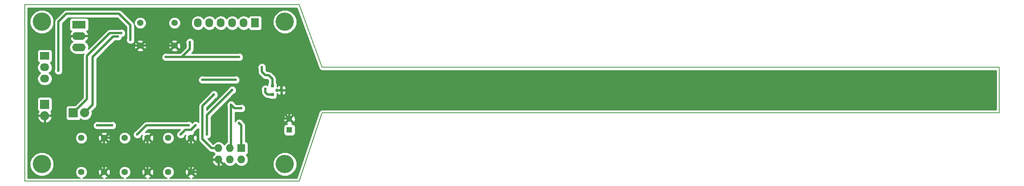
<source format=gbl>
G04 #@! TF.FileFunction,Copper,L2,Bot,Signal*
%FSLAX46Y46*%
G04 Gerber Fmt 4.6, Leading zero omitted, Abs format (unit mm)*
G04 Created by KiCad (PCBNEW 0.201509111501+6183~30~ubuntu14.04.1-product) date Sun 13 Sep 2015 08:24:29 PM CDT*
%MOMM*%
G01*
G04 APERTURE LIST*
%ADD10C,0.100000*%
%ADD11C,0.150000*%
%ADD12C,4.064000*%
%ADD13C,1.300000*%
%ADD14R,1.300000X1.300000*%
%ADD15R,1.727200X1.727200*%
%ADD16O,1.727200X1.727200*%
%ADD17R,2.032000X2.032000*%
%ADD18O,2.032000X2.032000*%
%ADD19R,2.032000X1.727200*%
%ADD20O,2.032000X1.727200*%
%ADD21R,1.727200X2.032000*%
%ADD22O,1.727200X2.032000*%
%ADD23C,1.397000*%
%ADD24R,0.800100X0.800100*%
%ADD25R,3.000000X1.727200*%
%ADD26O,3.000000X1.727200*%
%ADD27C,0.600000*%
%ADD28C,0.500000*%
%ADD29C,0.254000*%
G04 APERTURE END LIST*
D10*
D11*
X97155000Y-105410000D02*
X92075000Y-120650000D01*
X97155000Y-95250000D02*
X92075000Y-81280000D01*
X247650000Y-105410000D02*
X97155000Y-105410000D01*
X247650000Y-95250000D02*
X247650000Y-105410000D01*
X97155000Y-95250000D02*
X247650000Y-95250000D01*
X31115000Y-120650000D02*
X31115000Y-81290000D01*
X92075000Y-120650000D02*
X31115000Y-120650000D01*
X31115000Y-81280000D02*
X92075000Y-81280000D01*
D12*
X88900000Y-85090000D03*
X88900000Y-116840000D03*
X34925000Y-116840000D03*
D13*
X89916000Y-106720000D03*
D14*
X89916000Y-109220000D03*
D15*
X79248000Y-113284000D03*
D16*
X79248000Y-115824000D03*
X76708000Y-113284000D03*
X76708000Y-115824000D03*
X74168000Y-113284000D03*
X74168000Y-115824000D03*
D17*
X35560000Y-103505000D03*
D18*
X35560000Y-106045000D03*
D17*
X41910000Y-105410000D03*
D18*
X44450000Y-105410000D03*
D19*
X35560000Y-92710000D03*
D20*
X35560000Y-95250000D03*
X35560000Y-97790000D03*
D21*
X82296000Y-85344000D03*
D22*
X79756000Y-85344000D03*
X77216000Y-85344000D03*
X74676000Y-85344000D03*
X72136000Y-85344000D03*
X69596000Y-85344000D03*
D23*
X43688000Y-110998000D03*
X48768000Y-110998000D03*
X43688000Y-118618000D03*
X48768000Y-118618000D03*
X53340000Y-110998000D03*
X58420000Y-110998000D03*
X53340000Y-118618000D03*
X58420000Y-118618000D03*
X62992000Y-110998000D03*
X68072000Y-110998000D03*
X62992000Y-118618000D03*
X68072000Y-118618000D03*
X56769000Y-90424000D03*
X56769000Y-85344000D03*
X64389000Y-90424000D03*
X64389000Y-85344000D03*
D24*
X86121240Y-101280000D03*
X86121240Y-99380000D03*
X88120220Y-100330000D03*
D25*
X43180000Y-85725000D03*
D26*
X43180000Y-88265000D03*
X43180000Y-90805000D03*
D12*
X34925000Y-85090000D03*
D27*
X88138000Y-97282000D03*
X58420000Y-105918000D03*
X80518000Y-94742000D03*
X48006000Y-101346000D03*
X78740000Y-99568000D03*
X60960000Y-99314000D03*
X60960000Y-94996000D03*
X84836000Y-106680000D03*
X238760000Y-102108000D03*
X229870000Y-102108000D03*
X220980000Y-102108000D03*
X212090000Y-102108000D03*
X203200000Y-102108000D03*
X194310000Y-102108000D03*
X185420000Y-102108000D03*
X176530000Y-102108000D03*
X167640000Y-102108000D03*
X158750000Y-102108000D03*
X149860000Y-102108000D03*
X140970000Y-102108000D03*
X132080000Y-102108000D03*
X123190000Y-102108000D03*
X114300000Y-102108000D03*
X105410000Y-102108000D03*
X96520000Y-102108000D03*
X88646000Y-92710000D03*
X43434000Y-96774000D03*
X84582000Y-100076000D03*
X78740000Y-92964000D03*
X67818000Y-89662000D03*
X62484000Y-92964000D03*
X83820000Y-95250000D03*
X70612000Y-98044000D03*
X77978000Y-98044000D03*
X78740000Y-107696000D03*
X79248000Y-104394000D03*
X76962000Y-103632000D03*
X77216000Y-100330000D03*
X71628000Y-110236000D03*
X71628000Y-107950000D03*
X73152000Y-101346000D03*
X52578000Y-87630000D03*
X51816000Y-88392000D03*
X38608000Y-96012000D03*
X54610000Y-89154000D03*
X47244000Y-108204000D03*
X50546000Y-108204000D03*
X56134000Y-110236000D03*
X67564000Y-108204000D03*
X65786000Y-110236000D03*
X69088000Y-108204000D03*
D28*
X89916000Y-104140000D02*
X89916000Y-106720000D01*
X89916000Y-106720000D02*
X89916000Y-105664000D01*
X91400000Y-104180000D02*
X93472000Y-102108000D01*
X93472000Y-102108000D02*
X96520000Y-102108000D01*
X89916000Y-105664000D02*
X91400000Y-104180000D01*
X85852000Y-106680000D02*
X89876000Y-106680000D01*
X89876000Y-106680000D02*
X89916000Y-106720000D01*
X88120220Y-100330000D02*
X88120220Y-97299780D01*
X88120220Y-97299780D02*
X88138000Y-97282000D01*
X48768000Y-110998000D02*
X50038000Y-110998000D01*
X56134000Y-108204000D02*
X58420000Y-105918000D01*
X52832000Y-108204000D02*
X56134000Y-108204000D01*
X50038000Y-110998000D02*
X52832000Y-108204000D01*
X86614000Y-90678000D02*
X84582000Y-90678000D01*
X84582000Y-90678000D02*
X80518000Y-94742000D01*
X56769000Y-90424000D02*
X51054000Y-90424000D01*
X48006000Y-93472000D02*
X48006000Y-101346000D01*
X51054000Y-90424000D02*
X48006000Y-93472000D01*
X48768000Y-113538000D02*
X45212000Y-109982000D01*
X45212000Y-109982000D02*
X45212000Y-108204000D01*
X58420000Y-113538000D02*
X56642000Y-115316000D01*
X50546000Y-115316000D02*
X48768000Y-113538000D01*
X56642000Y-115316000D02*
X50546000Y-115316000D01*
X68072000Y-118618000D02*
X68072000Y-116586000D01*
X60198000Y-115316000D02*
X58420000Y-113538000D01*
X66802000Y-115316000D02*
X60198000Y-115316000D01*
X68072000Y-116586000D02*
X66802000Y-115316000D01*
X38608000Y-104140000D02*
X38608000Y-106680000D01*
X38608000Y-106680000D02*
X40132000Y-108204000D01*
X40132000Y-108204000D02*
X45212000Y-108204000D01*
X45212000Y-108204000D02*
X48006000Y-105410000D01*
X48006000Y-105410000D02*
X48006000Y-101346000D01*
X88646000Y-92710000D02*
X86614000Y-90678000D01*
X86614000Y-90678000D02*
X84074000Y-88138000D01*
X66675000Y-88138000D02*
X64389000Y-90424000D01*
X84074000Y-88138000D02*
X66675000Y-88138000D01*
X74168000Y-115824000D02*
X72644000Y-115824000D01*
X69850000Y-118618000D02*
X68072000Y-118618000D01*
X72644000Y-115824000D02*
X69850000Y-118618000D01*
X68072000Y-118618000D02*
X68072000Y-110998000D01*
X58420000Y-118618000D02*
X58420000Y-113538000D01*
X58420000Y-113538000D02*
X58420000Y-110998000D01*
X48768000Y-118618000D02*
X48768000Y-113538000D01*
X48768000Y-113538000D02*
X48768000Y-110998000D01*
X84836000Y-106680000D02*
X83566000Y-106680000D01*
X78740000Y-101854000D02*
X78740000Y-99568000D01*
X83566000Y-106680000D02*
X78740000Y-101854000D01*
X60960000Y-94996000D02*
X60960000Y-99314000D01*
X59690000Y-90424000D02*
X64389000Y-90424000D01*
X59690000Y-90424000D02*
X56769000Y-90424000D01*
X60960000Y-91694000D02*
X59690000Y-90424000D01*
X60960000Y-94996000D02*
X60960000Y-91694000D01*
X85852000Y-106680000D02*
X85852000Y-115062000D01*
X76200000Y-117856000D02*
X74168000Y-115824000D01*
X83058000Y-117856000D02*
X76200000Y-117856000D01*
X85852000Y-115062000D02*
X83058000Y-117856000D01*
X85852000Y-106680000D02*
X84836000Y-106680000D01*
X229870000Y-102108000D02*
X238760000Y-102108000D01*
X229870000Y-102108000D02*
X220980000Y-102108000D01*
X212090000Y-102108000D02*
X220980000Y-102108000D01*
X212090000Y-102108000D02*
X203200000Y-102108000D01*
X194310000Y-102108000D02*
X203200000Y-102108000D01*
X194310000Y-102108000D02*
X185420000Y-102108000D01*
X176530000Y-102108000D02*
X185420000Y-102108000D01*
X176530000Y-102108000D02*
X167640000Y-102108000D01*
X158750000Y-102108000D02*
X167640000Y-102108000D01*
X158750000Y-102108000D02*
X149860000Y-102108000D01*
X140970000Y-102108000D02*
X149860000Y-102108000D01*
X140970000Y-102108000D02*
X132080000Y-102108000D01*
X123190000Y-102108000D02*
X132080000Y-102108000D01*
X123190000Y-102108000D02*
X114300000Y-102108000D01*
X105410000Y-102108000D02*
X114300000Y-102108000D01*
X105410000Y-102108000D02*
X96520000Y-102108000D01*
X89916000Y-93980000D02*
X89916000Y-104140000D01*
X89916000Y-104140000D02*
X89916000Y-104180000D01*
X88646000Y-92710000D02*
X89916000Y-93980000D01*
X43180000Y-88265000D02*
X41529000Y-88265000D01*
X43434000Y-94996000D02*
X43434000Y-96774000D01*
X40894000Y-92456000D02*
X43434000Y-94996000D01*
X40894000Y-88900000D02*
X40894000Y-92456000D01*
X41529000Y-88265000D02*
X40894000Y-88900000D01*
X36957000Y-106045000D02*
X35560000Y-106045000D01*
X38608000Y-104394000D02*
X36957000Y-106045000D01*
X38608000Y-98298000D02*
X38608000Y-104140000D01*
X38608000Y-104140000D02*
X38608000Y-104394000D01*
X40132000Y-96774000D02*
X38608000Y-98298000D01*
X43434000Y-96774000D02*
X40132000Y-96774000D01*
X86121240Y-101280000D02*
X85024000Y-101280000D01*
X84582000Y-100838000D02*
X84582000Y-100076000D01*
X85024000Y-101280000D02*
X84582000Y-100838000D01*
X84582000Y-100076000D02*
X84648000Y-100010000D01*
X66040000Y-92964000D02*
X78740000Y-92964000D01*
X62484000Y-92964000D02*
X66040000Y-92964000D01*
X66040000Y-92964000D02*
X67818000Y-91186000D01*
X67818000Y-91186000D02*
X67818000Y-89662000D01*
X86121240Y-99380000D02*
X86121240Y-97805240D01*
X83820000Y-96266000D02*
X83820000Y-95250000D01*
X84582000Y-97028000D02*
X83820000Y-96266000D01*
X85344000Y-97028000D02*
X84582000Y-97028000D01*
X86121240Y-97805240D02*
X85344000Y-97028000D01*
X70612000Y-98044000D02*
X77978000Y-98044000D01*
X79248000Y-108204000D02*
X79248000Y-113284000D01*
X78740000Y-107696000D02*
X79248000Y-108204000D01*
X79248000Y-104394000D02*
X77724000Y-104394000D01*
X77724000Y-104394000D02*
X76962000Y-103632000D01*
X76962000Y-109474000D02*
X76962000Y-113030000D01*
X76962000Y-113030000D02*
X76708000Y-113284000D01*
X76962000Y-103632000D02*
X76962000Y-109474000D01*
X76962000Y-109474000D02*
X76962000Y-110236000D01*
X71628000Y-107950000D02*
X71628000Y-105918000D01*
X71628000Y-105918000D02*
X77216000Y-100330000D01*
X71628000Y-107950000D02*
X71628000Y-110236000D01*
X72644000Y-113284000D02*
X74168000Y-113284000D01*
X70612000Y-111252000D02*
X72644000Y-113284000D01*
X70612000Y-103886000D02*
X70612000Y-111252000D01*
X73152000Y-101346000D02*
X70612000Y-103886000D01*
X52578000Y-87630000D02*
X50038000Y-87630000D01*
X50038000Y-87630000D02*
X48768000Y-88900000D01*
X44958000Y-92710000D02*
X48768000Y-88900000D01*
X44958000Y-92710000D02*
X44958000Y-102362000D01*
X44958000Y-102362000D02*
X41910000Y-105410000D01*
X46228000Y-92964000D02*
X50800000Y-88392000D01*
X46228000Y-92964000D02*
X46228000Y-103632000D01*
X46228000Y-103632000D02*
X44450000Y-105410000D01*
X50800000Y-88392000D02*
X51816000Y-88392000D01*
X38608000Y-85090000D02*
X38608000Y-96012000D01*
X40386000Y-83312000D02*
X38608000Y-85090000D01*
X52070000Y-83312000D02*
X40386000Y-83312000D01*
X54610000Y-85852000D02*
X52070000Y-83312000D01*
X54610000Y-89154000D02*
X54610000Y-85852000D01*
X47244000Y-108204000D02*
X50546000Y-108204000D01*
X67564000Y-108204000D02*
X58166000Y-108204000D01*
X58166000Y-108204000D02*
X56134000Y-110236000D01*
X66802000Y-109220000D02*
X65786000Y-110236000D01*
X68072000Y-109220000D02*
X66802000Y-109220000D01*
X69088000Y-108204000D02*
X68072000Y-109220000D01*
D29*
G36*
X96487747Y-95492638D02*
X96495957Y-95506177D01*
X96499046Y-95521705D01*
X96567504Y-95624160D01*
X96631392Y-95729514D01*
X96644156Y-95738879D01*
X96652954Y-95752046D01*
X96755408Y-95820503D01*
X96854751Y-95893390D01*
X96870131Y-95897158D01*
X96883295Y-95905954D01*
X97004138Y-95929991D01*
X97123821Y-95959315D01*
X97139471Y-95956911D01*
X97155000Y-95960000D01*
X246940000Y-95960000D01*
X246940000Y-104700000D01*
X97155000Y-104700000D01*
X97129980Y-104704977D01*
X97104669Y-104701786D01*
X96994899Y-104731846D01*
X96883295Y-104754046D01*
X96862086Y-104768217D01*
X96837478Y-104774956D01*
X96747572Y-104844733D01*
X96652954Y-104907954D01*
X96638780Y-104929167D01*
X96618628Y-104944807D01*
X96562270Y-105043673D01*
X96499046Y-105138295D01*
X96494069Y-105163314D01*
X96481435Y-105185478D01*
X91563261Y-119940000D01*
X68319891Y-119940000D01*
X68409199Y-119935148D01*
X68764929Y-119787800D01*
X68826583Y-119552188D01*
X68072000Y-118797605D01*
X67317417Y-119552188D01*
X67379071Y-119787800D01*
X67811499Y-119940000D01*
X63284477Y-119940000D01*
X63746380Y-119749146D01*
X64121827Y-119374353D01*
X64325268Y-118884413D01*
X64325668Y-118425480D01*
X66726073Y-118425480D01*
X66754852Y-118955199D01*
X66902200Y-119310929D01*
X67137812Y-119372583D01*
X67892395Y-118618000D01*
X68251605Y-118618000D01*
X69006188Y-119372583D01*
X69241800Y-119310929D01*
X69417927Y-118810520D01*
X69389148Y-118280801D01*
X69241800Y-117925071D01*
X69006188Y-117863417D01*
X68251605Y-118618000D01*
X67892395Y-118618000D01*
X67137812Y-117863417D01*
X66902200Y-117925071D01*
X66726073Y-118425480D01*
X64325668Y-118425480D01*
X64325731Y-118353914D01*
X64123146Y-117863620D01*
X63943652Y-117683812D01*
X67317417Y-117683812D01*
X68072000Y-118438395D01*
X68826583Y-117683812D01*
X68764929Y-117448200D01*
X68537555Y-117368172D01*
X86232538Y-117368172D01*
X86637709Y-118348761D01*
X87387293Y-119099655D01*
X88367173Y-119506536D01*
X89428172Y-119507462D01*
X90408761Y-119102291D01*
X91159655Y-118352707D01*
X91566536Y-117372827D01*
X91567462Y-116311828D01*
X91162291Y-115331239D01*
X90412707Y-114580345D01*
X89432827Y-114173464D01*
X88371828Y-114172538D01*
X87391239Y-114577709D01*
X86640345Y-115327293D01*
X86233464Y-116307173D01*
X86232538Y-117368172D01*
X68537555Y-117368172D01*
X68264520Y-117272073D01*
X67734801Y-117300852D01*
X67379071Y-117448200D01*
X67317417Y-117683812D01*
X63943652Y-117683812D01*
X63748353Y-117488173D01*
X63258413Y-117284732D01*
X62727914Y-117284269D01*
X62237620Y-117486854D01*
X61862173Y-117861647D01*
X61658732Y-118351587D01*
X61658269Y-118882086D01*
X61860854Y-119372380D01*
X62235647Y-119747827D01*
X62698451Y-119940000D01*
X58667891Y-119940000D01*
X58757199Y-119935148D01*
X59112929Y-119787800D01*
X59174583Y-119552188D01*
X58420000Y-118797605D01*
X57665417Y-119552188D01*
X57727071Y-119787800D01*
X58159499Y-119940000D01*
X53632477Y-119940000D01*
X54094380Y-119749146D01*
X54469827Y-119374353D01*
X54673268Y-118884413D01*
X54673668Y-118425480D01*
X57074073Y-118425480D01*
X57102852Y-118955199D01*
X57250200Y-119310929D01*
X57485812Y-119372583D01*
X58240395Y-118618000D01*
X58599605Y-118618000D01*
X59354188Y-119372583D01*
X59589800Y-119310929D01*
X59765927Y-118810520D01*
X59737148Y-118280801D01*
X59589800Y-117925071D01*
X59354188Y-117863417D01*
X58599605Y-118618000D01*
X58240395Y-118618000D01*
X57485812Y-117863417D01*
X57250200Y-117925071D01*
X57074073Y-118425480D01*
X54673668Y-118425480D01*
X54673731Y-118353914D01*
X54471146Y-117863620D01*
X54291652Y-117683812D01*
X57665417Y-117683812D01*
X58420000Y-118438395D01*
X59174583Y-117683812D01*
X59112929Y-117448200D01*
X58612520Y-117272073D01*
X58082801Y-117300852D01*
X57727071Y-117448200D01*
X57665417Y-117683812D01*
X54291652Y-117683812D01*
X54096353Y-117488173D01*
X53606413Y-117284732D01*
X53075914Y-117284269D01*
X52585620Y-117486854D01*
X52210173Y-117861647D01*
X52006732Y-118351587D01*
X52006269Y-118882086D01*
X52208854Y-119372380D01*
X52583647Y-119747827D01*
X53046451Y-119940000D01*
X49015891Y-119940000D01*
X49105199Y-119935148D01*
X49460929Y-119787800D01*
X49522583Y-119552188D01*
X48768000Y-118797605D01*
X48013417Y-119552188D01*
X48075071Y-119787800D01*
X48507499Y-119940000D01*
X43980477Y-119940000D01*
X44442380Y-119749146D01*
X44817827Y-119374353D01*
X45021268Y-118884413D01*
X45021668Y-118425480D01*
X47422073Y-118425480D01*
X47450852Y-118955199D01*
X47598200Y-119310929D01*
X47833812Y-119372583D01*
X48588395Y-118618000D01*
X48947605Y-118618000D01*
X49702188Y-119372583D01*
X49937800Y-119310929D01*
X50113927Y-118810520D01*
X50085148Y-118280801D01*
X49937800Y-117925071D01*
X49702188Y-117863417D01*
X48947605Y-118618000D01*
X48588395Y-118618000D01*
X47833812Y-117863417D01*
X47598200Y-117925071D01*
X47422073Y-118425480D01*
X45021668Y-118425480D01*
X45021731Y-118353914D01*
X44819146Y-117863620D01*
X44639652Y-117683812D01*
X48013417Y-117683812D01*
X48768000Y-118438395D01*
X49522583Y-117683812D01*
X49460929Y-117448200D01*
X48960520Y-117272073D01*
X48430801Y-117300852D01*
X48075071Y-117448200D01*
X48013417Y-117683812D01*
X44639652Y-117683812D01*
X44444353Y-117488173D01*
X43954413Y-117284732D01*
X43423914Y-117284269D01*
X42933620Y-117486854D01*
X42558173Y-117861647D01*
X42354732Y-118351587D01*
X42354269Y-118882086D01*
X42556854Y-119372380D01*
X42931647Y-119747827D01*
X43394451Y-119940000D01*
X31825000Y-119940000D01*
X31825000Y-117368172D01*
X32257538Y-117368172D01*
X32662709Y-118348761D01*
X33412293Y-119099655D01*
X34392173Y-119506536D01*
X35453172Y-119507462D01*
X36433761Y-119102291D01*
X37184655Y-118352707D01*
X37591536Y-117372827D01*
X37592462Y-116311828D01*
X37539243Y-116183027D01*
X72713032Y-116183027D01*
X72961179Y-116712490D01*
X73393053Y-117106688D01*
X73808974Y-117278958D01*
X74041000Y-117157817D01*
X74041000Y-115951000D01*
X72833531Y-115951000D01*
X72713032Y-116183027D01*
X37539243Y-116183027D01*
X37187291Y-115331239D01*
X36437707Y-114580345D01*
X35457827Y-114173464D01*
X34396828Y-114172538D01*
X33416239Y-114577709D01*
X32665345Y-115327293D01*
X32258464Y-116307173D01*
X32257538Y-117368172D01*
X31825000Y-117368172D01*
X31825000Y-111262086D01*
X42354269Y-111262086D01*
X42556854Y-111752380D01*
X42931647Y-112127827D01*
X43421587Y-112331268D01*
X43952086Y-112331731D01*
X44442380Y-112129146D01*
X44639681Y-111932188D01*
X48013417Y-111932188D01*
X48075071Y-112167800D01*
X48575480Y-112343927D01*
X49105199Y-112315148D01*
X49460929Y-112167800D01*
X49522583Y-111932188D01*
X48768000Y-111177605D01*
X48013417Y-111932188D01*
X44639681Y-111932188D01*
X44817827Y-111754353D01*
X45021268Y-111264413D01*
X45021668Y-110805480D01*
X47422073Y-110805480D01*
X47450852Y-111335199D01*
X47598200Y-111690929D01*
X47833812Y-111752583D01*
X48588395Y-110998000D01*
X48947605Y-110998000D01*
X49702188Y-111752583D01*
X49937800Y-111690929D01*
X50088738Y-111262086D01*
X52006269Y-111262086D01*
X52208854Y-111752380D01*
X52583647Y-112127827D01*
X53073587Y-112331268D01*
X53604086Y-112331731D01*
X54094380Y-112129146D01*
X54291681Y-111932188D01*
X57665417Y-111932188D01*
X57727071Y-112167800D01*
X58227480Y-112343927D01*
X58757199Y-112315148D01*
X59112929Y-112167800D01*
X59174583Y-111932188D01*
X58420000Y-111177605D01*
X57665417Y-111932188D01*
X54291681Y-111932188D01*
X54469827Y-111754353D01*
X54673268Y-111264413D01*
X54673731Y-110733914D01*
X54544507Y-110421167D01*
X55198838Y-110421167D01*
X55340883Y-110764943D01*
X55603673Y-111028192D01*
X55947201Y-111170838D01*
X56319167Y-111171162D01*
X56662943Y-111029117D01*
X56926192Y-110766327D01*
X56976566Y-110645014D01*
X57214186Y-110407394D01*
X57074073Y-110805480D01*
X57102852Y-111335199D01*
X57250200Y-111690929D01*
X57485812Y-111752583D01*
X58240395Y-110998000D01*
X58599605Y-110998000D01*
X59354188Y-111752583D01*
X59589800Y-111690929D01*
X59740738Y-111262086D01*
X61658269Y-111262086D01*
X61860854Y-111752380D01*
X62235647Y-112127827D01*
X62725587Y-112331268D01*
X63256086Y-112331731D01*
X63746380Y-112129146D01*
X63943681Y-111932188D01*
X67317417Y-111932188D01*
X67379071Y-112167800D01*
X67879480Y-112343927D01*
X68409199Y-112315148D01*
X68764929Y-112167800D01*
X68826583Y-111932188D01*
X68072000Y-111177605D01*
X67317417Y-111932188D01*
X63943681Y-111932188D01*
X64121827Y-111754353D01*
X64325268Y-111264413D01*
X64325731Y-110733914D01*
X64123146Y-110243620D01*
X63748353Y-109868173D01*
X63258413Y-109664732D01*
X62727914Y-109664269D01*
X62237620Y-109866854D01*
X61862173Y-110241647D01*
X61658732Y-110731587D01*
X61658269Y-111262086D01*
X59740738Y-111262086D01*
X59765927Y-111190520D01*
X59737148Y-110660801D01*
X59589800Y-110305071D01*
X59354188Y-110243417D01*
X58599605Y-110998000D01*
X58240395Y-110998000D01*
X58226253Y-110983858D01*
X58405858Y-110804253D01*
X58420000Y-110818395D01*
X59174583Y-110063812D01*
X59112929Y-109828200D01*
X58612520Y-109652073D01*
X58082801Y-109680852D01*
X57840267Y-109781313D01*
X58532579Y-109089000D01*
X65681421Y-109089000D01*
X65377164Y-109393256D01*
X65257057Y-109442883D01*
X64993808Y-109705673D01*
X64851162Y-110049201D01*
X64850838Y-110421167D01*
X64992883Y-110764943D01*
X65255673Y-111028192D01*
X65599201Y-111170838D01*
X65971167Y-111171162D01*
X66314943Y-111029117D01*
X66578192Y-110766327D01*
X66628566Y-110645014D01*
X66866186Y-110407394D01*
X66726073Y-110805480D01*
X66754852Y-111335199D01*
X66902200Y-111690929D01*
X67137812Y-111752583D01*
X67892395Y-110998000D01*
X68251605Y-110998000D01*
X69006188Y-111752583D01*
X69241800Y-111690929D01*
X69417927Y-111190520D01*
X69389148Y-110660801D01*
X69241800Y-110305071D01*
X69006188Y-110243417D01*
X68251605Y-110998000D01*
X67892395Y-110998000D01*
X67878253Y-110983858D01*
X68057858Y-110804253D01*
X68072000Y-110818395D01*
X68826583Y-110063812D01*
X68764929Y-109828200D01*
X68728279Y-109815301D01*
X69496835Y-109046745D01*
X69616943Y-108997117D01*
X69727000Y-108887252D01*
X69727000Y-111251995D01*
X69726999Y-111252000D01*
X69743549Y-111335199D01*
X69794367Y-111590675D01*
X69916165Y-111772960D01*
X69986210Y-111877790D01*
X72018208Y-113909787D01*
X72018210Y-113909790D01*
X72305325Y-114101633D01*
X72361516Y-114112810D01*
X72644000Y-114169001D01*
X72644005Y-114169000D01*
X72972002Y-114169000D01*
X73108330Y-114373029D01*
X73379161Y-114553992D01*
X72961179Y-114935510D01*
X72713032Y-115464973D01*
X72833531Y-115697000D01*
X74041000Y-115697000D01*
X74041000Y-115677000D01*
X74295000Y-115677000D01*
X74295000Y-115697000D01*
X74315000Y-115697000D01*
X74315000Y-115951000D01*
X74295000Y-115951000D01*
X74295000Y-117157817D01*
X74527026Y-117278958D01*
X74942947Y-117106688D01*
X75374821Y-116712490D01*
X75432336Y-116589772D01*
X75648330Y-116913029D01*
X76134511Y-117237885D01*
X76708000Y-117351959D01*
X77281489Y-117237885D01*
X77767670Y-116913029D01*
X77978000Y-116598248D01*
X78188330Y-116913029D01*
X78674511Y-117237885D01*
X79248000Y-117351959D01*
X79821489Y-117237885D01*
X80307670Y-116913029D01*
X80632526Y-116426848D01*
X80746600Y-115853359D01*
X80746600Y-115794641D01*
X80632526Y-115221152D01*
X80321426Y-114755558D01*
X80346917Y-114750762D01*
X80563041Y-114611690D01*
X80708031Y-114399490D01*
X80759040Y-114147600D01*
X80759040Y-112420400D01*
X80714762Y-112185083D01*
X80575690Y-111968959D01*
X80363490Y-111823969D01*
X80133000Y-111777294D01*
X80133000Y-108570000D01*
X88618560Y-108570000D01*
X88618560Y-109870000D01*
X88662838Y-110105317D01*
X88801910Y-110321441D01*
X89014110Y-110466431D01*
X89266000Y-110517440D01*
X90566000Y-110517440D01*
X90801317Y-110473162D01*
X91017441Y-110334090D01*
X91162431Y-110121890D01*
X91213440Y-109870000D01*
X91213440Y-108570000D01*
X91169162Y-108334683D01*
X91030090Y-108118559D01*
X90817890Y-107973569D01*
X90566000Y-107922560D01*
X90403615Y-107922560D01*
X90579729Y-107849611D01*
X90635410Y-107619016D01*
X89916000Y-106899605D01*
X89196590Y-107619016D01*
X89252271Y-107849611D01*
X89461902Y-107922560D01*
X89266000Y-107922560D01*
X89030683Y-107966838D01*
X88814559Y-108105910D01*
X88669569Y-108318110D01*
X88618560Y-108570000D01*
X80133000Y-108570000D01*
X80133000Y-108204000D01*
X80065633Y-107865325D01*
X79873790Y-107578210D01*
X79873787Y-107578208D01*
X79582744Y-107287165D01*
X79533117Y-107167057D01*
X79270327Y-106903808D01*
X78926799Y-106761162D01*
X78554833Y-106760838D01*
X78211057Y-106902883D01*
X77947808Y-107165673D01*
X77847000Y-107408444D01*
X77847000Y-106539078D01*
X88618378Y-106539078D01*
X88647917Y-107049428D01*
X88786389Y-107383729D01*
X89016984Y-107439410D01*
X89736395Y-106720000D01*
X90095605Y-106720000D01*
X90815016Y-107439410D01*
X91045611Y-107383729D01*
X91213622Y-106900922D01*
X91184083Y-106390572D01*
X91045611Y-106056271D01*
X90815016Y-106000590D01*
X90095605Y-106720000D01*
X89736395Y-106720000D01*
X89016984Y-106000590D01*
X88786389Y-106056271D01*
X88618378Y-106539078D01*
X77847000Y-106539078D01*
X77847000Y-105820984D01*
X89196590Y-105820984D01*
X89916000Y-106540395D01*
X90635410Y-105820984D01*
X90579729Y-105590389D01*
X90096922Y-105422378D01*
X89586572Y-105451917D01*
X89252271Y-105590389D01*
X89196590Y-105820984D01*
X77847000Y-105820984D01*
X77847000Y-105279000D01*
X78941178Y-105279000D01*
X79061201Y-105328838D01*
X79433167Y-105329162D01*
X79776943Y-105187117D01*
X80040192Y-104924327D01*
X80182838Y-104580799D01*
X80183162Y-104208833D01*
X80041117Y-103865057D01*
X79778327Y-103601808D01*
X79434799Y-103459162D01*
X79062833Y-103458838D01*
X78941431Y-103509000D01*
X78090579Y-103509000D01*
X77804744Y-103223165D01*
X77755117Y-103103057D01*
X77492327Y-102839808D01*
X77148799Y-102697162D01*
X76776833Y-102696838D01*
X76433057Y-102838883D01*
X76169808Y-103101673D01*
X76027162Y-103445201D01*
X76026838Y-103817167D01*
X76077000Y-103938569D01*
X76077000Y-111908543D01*
X75648330Y-112194971D01*
X75438000Y-112509752D01*
X75227670Y-112194971D01*
X74741489Y-111870115D01*
X74168000Y-111756041D01*
X73594511Y-111870115D01*
X73108330Y-112194971D01*
X72987454Y-112375875D01*
X71782715Y-111171135D01*
X71813167Y-111171162D01*
X72156943Y-111029117D01*
X72420192Y-110766327D01*
X72562838Y-110422799D01*
X72563162Y-110050833D01*
X72513000Y-109929431D01*
X72513000Y-108256822D01*
X72562838Y-108136799D01*
X72563162Y-107764833D01*
X72513000Y-107643431D01*
X72513000Y-106284580D01*
X77624834Y-101172745D01*
X77744943Y-101123117D01*
X78008192Y-100860327D01*
X78150838Y-100516799D01*
X78151162Y-100144833D01*
X78009117Y-99801057D01*
X77746327Y-99537808D01*
X77402799Y-99395162D01*
X77030833Y-99394838D01*
X76687057Y-99536883D01*
X76423808Y-99799673D01*
X76373434Y-99920987D01*
X71497000Y-104797420D01*
X71497000Y-104252580D01*
X73560834Y-102188745D01*
X73680943Y-102139117D01*
X73944192Y-101876327D01*
X74086838Y-101532799D01*
X74087162Y-101160833D01*
X73945117Y-100817057D01*
X73682327Y-100553808D01*
X73338799Y-100411162D01*
X72966833Y-100410838D01*
X72623057Y-100552883D01*
X72359808Y-100815673D01*
X72309434Y-100936987D01*
X69986210Y-103260210D01*
X69794367Y-103547325D01*
X69794367Y-103547326D01*
X69726999Y-103886000D01*
X69727000Y-103886005D01*
X69727000Y-107520671D01*
X69618327Y-107411808D01*
X69274799Y-107269162D01*
X68902833Y-107268838D01*
X68559057Y-107410883D01*
X68325824Y-107643709D01*
X68094327Y-107411808D01*
X67750799Y-107269162D01*
X67378833Y-107268838D01*
X67257431Y-107319000D01*
X58166005Y-107319000D01*
X58166000Y-107318999D01*
X57883516Y-107375190D01*
X57827325Y-107386367D01*
X57540210Y-107578210D01*
X57540208Y-107578213D01*
X55725164Y-109393256D01*
X55605057Y-109442883D01*
X55341808Y-109705673D01*
X55199162Y-110049201D01*
X55198838Y-110421167D01*
X54544507Y-110421167D01*
X54471146Y-110243620D01*
X54096353Y-109868173D01*
X53606413Y-109664732D01*
X53075914Y-109664269D01*
X52585620Y-109866854D01*
X52210173Y-110241647D01*
X52006732Y-110731587D01*
X52006269Y-111262086D01*
X50088738Y-111262086D01*
X50113927Y-111190520D01*
X50085148Y-110660801D01*
X49937800Y-110305071D01*
X49702188Y-110243417D01*
X48947605Y-110998000D01*
X48588395Y-110998000D01*
X47833812Y-110243417D01*
X47598200Y-110305071D01*
X47422073Y-110805480D01*
X45021668Y-110805480D01*
X45021731Y-110733914D01*
X44819146Y-110243620D01*
X44639652Y-110063812D01*
X48013417Y-110063812D01*
X48768000Y-110818395D01*
X49522583Y-110063812D01*
X49460929Y-109828200D01*
X48960520Y-109652073D01*
X48430801Y-109680852D01*
X48075071Y-109828200D01*
X48013417Y-110063812D01*
X44639652Y-110063812D01*
X44444353Y-109868173D01*
X43954413Y-109664732D01*
X43423914Y-109664269D01*
X42933620Y-109866854D01*
X42558173Y-110241647D01*
X42354732Y-110731587D01*
X42354269Y-111262086D01*
X31825000Y-111262086D01*
X31825000Y-108389167D01*
X46308838Y-108389167D01*
X46450883Y-108732943D01*
X46713673Y-108996192D01*
X47057201Y-109138838D01*
X47429167Y-109139162D01*
X47550569Y-109089000D01*
X50239178Y-109089000D01*
X50359201Y-109138838D01*
X50731167Y-109139162D01*
X51074943Y-108997117D01*
X51338192Y-108734327D01*
X51480838Y-108390799D01*
X51481162Y-108018833D01*
X51339117Y-107675057D01*
X51076327Y-107411808D01*
X50732799Y-107269162D01*
X50360833Y-107268838D01*
X50239431Y-107319000D01*
X47550822Y-107319000D01*
X47430799Y-107269162D01*
X47058833Y-107268838D01*
X46715057Y-107410883D01*
X46451808Y-107673673D01*
X46309162Y-108017201D01*
X46308838Y-108389167D01*
X31825000Y-108389167D01*
X31825000Y-106427944D01*
X33954025Y-106427944D01*
X34153615Y-106909818D01*
X34591621Y-107382188D01*
X35177054Y-107650983D01*
X35433000Y-107532367D01*
X35433000Y-106172000D01*
X35687000Y-106172000D01*
X35687000Y-107532367D01*
X35942946Y-107650983D01*
X36528379Y-107382188D01*
X36966385Y-106909818D01*
X37165975Y-106427944D01*
X37046836Y-106172000D01*
X35687000Y-106172000D01*
X35433000Y-106172000D01*
X34073164Y-106172000D01*
X33954025Y-106427944D01*
X31825000Y-106427944D01*
X31825000Y-102489000D01*
X33896560Y-102489000D01*
X33896560Y-104521000D01*
X33940838Y-104756317D01*
X34079910Y-104972441D01*
X34242948Y-105083840D01*
X34153615Y-105180182D01*
X33954025Y-105662056D01*
X34073164Y-105918000D01*
X35433000Y-105918000D01*
X35433000Y-105898000D01*
X35687000Y-105898000D01*
X35687000Y-105918000D01*
X37046836Y-105918000D01*
X37165975Y-105662056D01*
X36966385Y-105180182D01*
X36875903Y-105082602D01*
X37027441Y-104985090D01*
X37172431Y-104772890D01*
X37223440Y-104521000D01*
X37223440Y-104394000D01*
X40246560Y-104394000D01*
X40246560Y-106426000D01*
X40290838Y-106661317D01*
X40429910Y-106877441D01*
X40642110Y-107022431D01*
X40894000Y-107073440D01*
X42926000Y-107073440D01*
X43161317Y-107029162D01*
X43377441Y-106890090D01*
X43479198Y-106741163D01*
X43818190Y-106967670D01*
X44450000Y-107093345D01*
X45081810Y-106967670D01*
X45617433Y-106609778D01*
X45975325Y-106074155D01*
X46101000Y-105442345D01*
X46101000Y-105377655D01*
X46040098Y-105071481D01*
X46853787Y-104257792D01*
X46853790Y-104257790D01*
X47045633Y-103970675D01*
X47066917Y-103863673D01*
X47113001Y-103632000D01*
X47113000Y-103631995D01*
X47113000Y-98229167D01*
X69676838Y-98229167D01*
X69818883Y-98572943D01*
X70081673Y-98836192D01*
X70425201Y-98978838D01*
X70797167Y-98979162D01*
X70918569Y-98929000D01*
X77671178Y-98929000D01*
X77791201Y-98978838D01*
X78163167Y-98979162D01*
X78506943Y-98837117D01*
X78770192Y-98574327D01*
X78912838Y-98230799D01*
X78913162Y-97858833D01*
X78771117Y-97515057D01*
X78508327Y-97251808D01*
X78164799Y-97109162D01*
X77792833Y-97108838D01*
X77671431Y-97159000D01*
X70918822Y-97159000D01*
X70798799Y-97109162D01*
X70426833Y-97108838D01*
X70083057Y-97250883D01*
X69819808Y-97513673D01*
X69677162Y-97857201D01*
X69676838Y-98229167D01*
X47113000Y-98229167D01*
X47113000Y-95435167D01*
X82884838Y-95435167D01*
X82935000Y-95556569D01*
X82935000Y-96265995D01*
X82934999Y-96266000D01*
X82962094Y-96402211D01*
X83002367Y-96604675D01*
X83022313Y-96634526D01*
X83194210Y-96891790D01*
X83956208Y-97653787D01*
X83956210Y-97653790D01*
X84243325Y-97845633D01*
X84299516Y-97856810D01*
X84582000Y-97913001D01*
X84582005Y-97913000D01*
X84977420Y-97913000D01*
X85236240Y-98171819D01*
X85236240Y-98564902D01*
X85124759Y-98728060D01*
X85073750Y-98979950D01*
X85073750Y-99250549D01*
X84986674Y-99192367D01*
X84805161Y-99156261D01*
X84768799Y-99141162D01*
X84729081Y-99141127D01*
X84648000Y-99124999D01*
X84567626Y-99140987D01*
X84396833Y-99140838D01*
X84053057Y-99282883D01*
X83789808Y-99545673D01*
X83647162Y-99889201D01*
X83646838Y-100261167D01*
X83697000Y-100382569D01*
X83697000Y-100837995D01*
X83696999Y-100838000D01*
X83731444Y-101011162D01*
X83764367Y-101176675D01*
X83956210Y-101463790D01*
X84398208Y-101905787D01*
X84398210Y-101905790D01*
X84685325Y-102097633D01*
X85024000Y-102165000D01*
X85306142Y-102165000D01*
X85469300Y-102276481D01*
X85721190Y-102327490D01*
X86521290Y-102327490D01*
X86756607Y-102283212D01*
X86972731Y-102144140D01*
X87117721Y-101931940D01*
X87168730Y-101680050D01*
X87168730Y-101058090D01*
X87181843Y-101089748D01*
X87360471Y-101268377D01*
X87593860Y-101365050D01*
X87834470Y-101365050D01*
X87993220Y-101206300D01*
X87993220Y-100457000D01*
X88247220Y-100457000D01*
X88247220Y-101206300D01*
X88405970Y-101365050D01*
X88646580Y-101365050D01*
X88879969Y-101268377D01*
X89058597Y-101089748D01*
X89155270Y-100856359D01*
X89155270Y-100615750D01*
X88996520Y-100457000D01*
X88247220Y-100457000D01*
X87993220Y-100457000D01*
X87243920Y-100457000D01*
X87097763Y-100603157D01*
X86985380Y-100428509D01*
X86840283Y-100329368D01*
X86972731Y-100244140D01*
X87099511Y-100058591D01*
X87243920Y-100203000D01*
X87993220Y-100203000D01*
X87993220Y-99453700D01*
X88247220Y-99453700D01*
X88247220Y-100203000D01*
X88996520Y-100203000D01*
X89155270Y-100044250D01*
X89155270Y-99803641D01*
X89058597Y-99570252D01*
X88879969Y-99391623D01*
X88646580Y-99294950D01*
X88405970Y-99294950D01*
X88247220Y-99453700D01*
X87993220Y-99453700D01*
X87834470Y-99294950D01*
X87593860Y-99294950D01*
X87360471Y-99391623D01*
X87181843Y-99570252D01*
X87168730Y-99601910D01*
X87168730Y-98979950D01*
X87124452Y-98744633D01*
X87006240Y-98560926D01*
X87006240Y-97805240D01*
X86938873Y-97466565D01*
X86747030Y-97179450D01*
X86747027Y-97179448D01*
X85969790Y-96402210D01*
X85803950Y-96291400D01*
X85682675Y-96210367D01*
X85624519Y-96198799D01*
X85344000Y-96142999D01*
X85343995Y-96143000D01*
X84948579Y-96143000D01*
X84705000Y-95899420D01*
X84705000Y-95556822D01*
X84754838Y-95436799D01*
X84755162Y-95064833D01*
X84613117Y-94721057D01*
X84350327Y-94457808D01*
X84006799Y-94315162D01*
X83634833Y-94314838D01*
X83291057Y-94456883D01*
X83027808Y-94719673D01*
X82885162Y-95063201D01*
X82884838Y-95435167D01*
X47113000Y-95435167D01*
X47113000Y-93330580D01*
X47294412Y-93149167D01*
X61548838Y-93149167D01*
X61690883Y-93492943D01*
X61953673Y-93756192D01*
X62297201Y-93898838D01*
X62669167Y-93899162D01*
X62790569Y-93849000D01*
X66039995Y-93849000D01*
X66040000Y-93849001D01*
X66040005Y-93849000D01*
X78433178Y-93849000D01*
X78553201Y-93898838D01*
X78925167Y-93899162D01*
X79268943Y-93757117D01*
X79532192Y-93494327D01*
X79674838Y-93150799D01*
X79675162Y-92778833D01*
X79533117Y-92435057D01*
X79270327Y-92171808D01*
X78926799Y-92029162D01*
X78554833Y-92028838D01*
X78433431Y-92079000D01*
X68176579Y-92079000D01*
X68443787Y-91811792D01*
X68443790Y-91811790D01*
X68635633Y-91524675D01*
X68646810Y-91468484D01*
X68703001Y-91186000D01*
X68703000Y-91185995D01*
X68703000Y-89968822D01*
X68752838Y-89848799D01*
X68753162Y-89476833D01*
X68611117Y-89133057D01*
X68348327Y-88869808D01*
X68004799Y-88727162D01*
X67632833Y-88726838D01*
X67289057Y-88868883D01*
X67025808Y-89131673D01*
X66883162Y-89475201D01*
X66882838Y-89847167D01*
X66933000Y-89968569D01*
X66933000Y-90819421D01*
X65673420Y-92079000D01*
X62790822Y-92079000D01*
X62670799Y-92029162D01*
X62298833Y-92028838D01*
X61955057Y-92170883D01*
X61691808Y-92433673D01*
X61549162Y-92777201D01*
X61548838Y-93149167D01*
X47294412Y-93149167D01*
X49085391Y-91358188D01*
X56014417Y-91358188D01*
X56076071Y-91593800D01*
X56576480Y-91769927D01*
X57106199Y-91741148D01*
X57461929Y-91593800D01*
X57523583Y-91358188D01*
X63634417Y-91358188D01*
X63696071Y-91593800D01*
X64196480Y-91769927D01*
X64726199Y-91741148D01*
X65081929Y-91593800D01*
X65143583Y-91358188D01*
X64389000Y-90603605D01*
X63634417Y-91358188D01*
X57523583Y-91358188D01*
X56769000Y-90603605D01*
X56014417Y-91358188D01*
X49085391Y-91358188D01*
X50212099Y-90231480D01*
X55423073Y-90231480D01*
X55451852Y-90761199D01*
X55599200Y-91116929D01*
X55834812Y-91178583D01*
X56589395Y-90424000D01*
X56948605Y-90424000D01*
X57703188Y-91178583D01*
X57938800Y-91116929D01*
X58114927Y-90616520D01*
X58094009Y-90231480D01*
X63043073Y-90231480D01*
X63071852Y-90761199D01*
X63219200Y-91116929D01*
X63454812Y-91178583D01*
X64209395Y-90424000D01*
X64568605Y-90424000D01*
X65323188Y-91178583D01*
X65558800Y-91116929D01*
X65734927Y-90616520D01*
X65706148Y-90086801D01*
X65558800Y-89731071D01*
X65323188Y-89669417D01*
X64568605Y-90424000D01*
X64209395Y-90424000D01*
X63454812Y-89669417D01*
X63219200Y-89731071D01*
X63043073Y-90231480D01*
X58094009Y-90231480D01*
X58086148Y-90086801D01*
X57938800Y-89731071D01*
X57703188Y-89669417D01*
X56948605Y-90424000D01*
X56589395Y-90424000D01*
X55834812Y-89669417D01*
X55599200Y-89731071D01*
X55423073Y-90231480D01*
X50212099Y-90231480D01*
X51166579Y-89277000D01*
X51509178Y-89277000D01*
X51629201Y-89326838D01*
X52001167Y-89327162D01*
X52344943Y-89185117D01*
X52608192Y-88922327D01*
X52750838Y-88578799D01*
X52750850Y-88565151D01*
X52763167Y-88565162D01*
X53106943Y-88423117D01*
X53370192Y-88160327D01*
X53512838Y-87816799D01*
X53513162Y-87444833D01*
X53371117Y-87101057D01*
X53108327Y-86837808D01*
X52764799Y-86695162D01*
X52392833Y-86694838D01*
X52271431Y-86745000D01*
X50038005Y-86745000D01*
X50038000Y-86744999D01*
X49703980Y-86811441D01*
X49699325Y-86812367D01*
X49412210Y-87004210D01*
X49412208Y-87004213D01*
X48142210Y-88274210D01*
X48142208Y-88274213D01*
X45293611Y-91122809D01*
X45356827Y-90805000D01*
X45242753Y-90231511D01*
X44917897Y-89745330D01*
X44595880Y-89530165D01*
X44965873Y-89234868D01*
X45249527Y-88721157D01*
X45271358Y-88624026D01*
X45150217Y-88392000D01*
X43307000Y-88392000D01*
X43307000Y-88412000D01*
X43053000Y-88412000D01*
X43053000Y-88392000D01*
X41209783Y-88392000D01*
X41088642Y-88624026D01*
X41110473Y-88721157D01*
X41394127Y-89234868D01*
X41764120Y-89530165D01*
X41442103Y-89745330D01*
X41117247Y-90231511D01*
X41003173Y-90805000D01*
X41117247Y-91378489D01*
X41442103Y-91864670D01*
X41928284Y-92189526D01*
X42501773Y-92303600D01*
X43858227Y-92303600D01*
X44235802Y-92228496D01*
X44140367Y-92371325D01*
X44140367Y-92371326D01*
X44072999Y-92710000D01*
X44073000Y-92710005D01*
X44073000Y-101995421D01*
X42321860Y-103746560D01*
X40894000Y-103746560D01*
X40658683Y-103790838D01*
X40442559Y-103929910D01*
X40297569Y-104142110D01*
X40246560Y-104394000D01*
X37223440Y-104394000D01*
X37223440Y-102489000D01*
X37179162Y-102253683D01*
X37040090Y-102037559D01*
X36827890Y-101892569D01*
X36576000Y-101841560D01*
X34544000Y-101841560D01*
X34308683Y-101885838D01*
X34092559Y-102024910D01*
X33947569Y-102237110D01*
X33896560Y-102489000D01*
X31825000Y-102489000D01*
X31825000Y-95250000D01*
X33876655Y-95250000D01*
X33990729Y-95823489D01*
X34315585Y-96309670D01*
X34630366Y-96520000D01*
X34315585Y-96730330D01*
X33990729Y-97216511D01*
X33876655Y-97790000D01*
X33990729Y-98363489D01*
X34315585Y-98849670D01*
X34801766Y-99174526D01*
X35375255Y-99288600D01*
X35744745Y-99288600D01*
X36318234Y-99174526D01*
X36804415Y-98849670D01*
X37129271Y-98363489D01*
X37243345Y-97790000D01*
X37129271Y-97216511D01*
X36804415Y-96730330D01*
X36489634Y-96520000D01*
X36804415Y-96309670D01*
X36879587Y-96197167D01*
X37672838Y-96197167D01*
X37814883Y-96540943D01*
X38077673Y-96804192D01*
X38421201Y-96946838D01*
X38793167Y-96947162D01*
X39136943Y-96805117D01*
X39400192Y-96542327D01*
X39542838Y-96198799D01*
X39543162Y-95826833D01*
X39493000Y-95705431D01*
X39493000Y-85456580D01*
X40088179Y-84861400D01*
X41032560Y-84861400D01*
X41032560Y-86588600D01*
X41076838Y-86823917D01*
X41215910Y-87040041D01*
X41428110Y-87185031D01*
X41511037Y-87201824D01*
X41394127Y-87295132D01*
X41110473Y-87808843D01*
X41088642Y-87905974D01*
X41209783Y-88138000D01*
X43053000Y-88138000D01*
X43053000Y-88118000D01*
X43307000Y-88118000D01*
X43307000Y-88138000D01*
X45150217Y-88138000D01*
X45271358Y-87905974D01*
X45249527Y-87808843D01*
X44965873Y-87295132D01*
X44851420Y-87203785D01*
X44915317Y-87191762D01*
X45131441Y-87052690D01*
X45276431Y-86840490D01*
X45327440Y-86588600D01*
X45327440Y-84861400D01*
X45283162Y-84626083D01*
X45144090Y-84409959D01*
X44931890Y-84264969D01*
X44680000Y-84213960D01*
X41680000Y-84213960D01*
X41444683Y-84258238D01*
X41228559Y-84397310D01*
X41083569Y-84609510D01*
X41032560Y-84861400D01*
X40088179Y-84861400D01*
X40752579Y-84197000D01*
X51703420Y-84197000D01*
X53725000Y-86218579D01*
X53725000Y-88847178D01*
X53675162Y-88967201D01*
X53674838Y-89339167D01*
X53816883Y-89682943D01*
X54079673Y-89946192D01*
X54423201Y-90088838D01*
X54795167Y-90089162D01*
X55138943Y-89947117D01*
X55402192Y-89684327D01*
X55482962Y-89489812D01*
X56014417Y-89489812D01*
X56769000Y-90244395D01*
X57523583Y-89489812D01*
X63634417Y-89489812D01*
X64389000Y-90244395D01*
X65143583Y-89489812D01*
X65081929Y-89254200D01*
X64581520Y-89078073D01*
X64051801Y-89106852D01*
X63696071Y-89254200D01*
X63634417Y-89489812D01*
X57523583Y-89489812D01*
X57461929Y-89254200D01*
X56961520Y-89078073D01*
X56431801Y-89106852D01*
X56076071Y-89254200D01*
X56014417Y-89489812D01*
X55482962Y-89489812D01*
X55544838Y-89340799D01*
X55545162Y-88968833D01*
X55495000Y-88847431D01*
X55495000Y-85852000D01*
X55456891Y-85660416D01*
X55637854Y-86098380D01*
X56012647Y-86473827D01*
X56502587Y-86677268D01*
X57033086Y-86677731D01*
X57523380Y-86475146D01*
X57898827Y-86100353D01*
X58102268Y-85610413D01*
X58102270Y-85608086D01*
X63055269Y-85608086D01*
X63257854Y-86098380D01*
X63632647Y-86473827D01*
X64122587Y-86677268D01*
X64653086Y-86677731D01*
X65143380Y-86475146D01*
X65518827Y-86100353D01*
X65722268Y-85610413D01*
X65722661Y-85159255D01*
X68097400Y-85159255D01*
X68097400Y-85528745D01*
X68211474Y-86102234D01*
X68536330Y-86588415D01*
X69022511Y-86913271D01*
X69596000Y-87027345D01*
X70169489Y-86913271D01*
X70655670Y-86588415D01*
X70866000Y-86273634D01*
X71076330Y-86588415D01*
X71562511Y-86913271D01*
X72136000Y-87027345D01*
X72709489Y-86913271D01*
X73195670Y-86588415D01*
X73406000Y-86273634D01*
X73616330Y-86588415D01*
X74102511Y-86913271D01*
X74676000Y-87027345D01*
X75249489Y-86913271D01*
X75735670Y-86588415D01*
X75946000Y-86273634D01*
X76156330Y-86588415D01*
X76642511Y-86913271D01*
X77216000Y-87027345D01*
X77789489Y-86913271D01*
X78275670Y-86588415D01*
X78486000Y-86273634D01*
X78696330Y-86588415D01*
X79182511Y-86913271D01*
X79756000Y-87027345D01*
X80329489Y-86913271D01*
X80815670Y-86588415D01*
X80825243Y-86574087D01*
X80829238Y-86595317D01*
X80968310Y-86811441D01*
X81180510Y-86956431D01*
X81432400Y-87007440D01*
X83159600Y-87007440D01*
X83394917Y-86963162D01*
X83611041Y-86824090D01*
X83756031Y-86611890D01*
X83807040Y-86360000D01*
X83807040Y-85618172D01*
X86232538Y-85618172D01*
X86637709Y-86598761D01*
X87387293Y-87349655D01*
X88367173Y-87756536D01*
X89428172Y-87757462D01*
X90408761Y-87352291D01*
X91159655Y-86602707D01*
X91566536Y-85622827D01*
X91567462Y-84561828D01*
X91162291Y-83581239D01*
X90412707Y-82830345D01*
X89432827Y-82423464D01*
X88371828Y-82422538D01*
X87391239Y-82827709D01*
X86640345Y-83577293D01*
X86233464Y-84557173D01*
X86232538Y-85618172D01*
X83807040Y-85618172D01*
X83807040Y-84328000D01*
X83762762Y-84092683D01*
X83623690Y-83876559D01*
X83411490Y-83731569D01*
X83159600Y-83680560D01*
X81432400Y-83680560D01*
X81197083Y-83724838D01*
X80980959Y-83863910D01*
X80835969Y-84076110D01*
X80827600Y-84117439D01*
X80815670Y-84099585D01*
X80329489Y-83774729D01*
X79756000Y-83660655D01*
X79182511Y-83774729D01*
X78696330Y-84099585D01*
X78486000Y-84414366D01*
X78275670Y-84099585D01*
X77789489Y-83774729D01*
X77216000Y-83660655D01*
X76642511Y-83774729D01*
X76156330Y-84099585D01*
X75946000Y-84414366D01*
X75735670Y-84099585D01*
X75249489Y-83774729D01*
X74676000Y-83660655D01*
X74102511Y-83774729D01*
X73616330Y-84099585D01*
X73406000Y-84414366D01*
X73195670Y-84099585D01*
X72709489Y-83774729D01*
X72136000Y-83660655D01*
X71562511Y-83774729D01*
X71076330Y-84099585D01*
X70866000Y-84414366D01*
X70655670Y-84099585D01*
X70169489Y-83774729D01*
X69596000Y-83660655D01*
X69022511Y-83774729D01*
X68536330Y-84099585D01*
X68211474Y-84585766D01*
X68097400Y-85159255D01*
X65722661Y-85159255D01*
X65722731Y-85079914D01*
X65520146Y-84589620D01*
X65145353Y-84214173D01*
X64655413Y-84010732D01*
X64124914Y-84010269D01*
X63634620Y-84212854D01*
X63259173Y-84587647D01*
X63055732Y-85077587D01*
X63055269Y-85608086D01*
X58102270Y-85608086D01*
X58102731Y-85079914D01*
X57900146Y-84589620D01*
X57525353Y-84214173D01*
X57035413Y-84010732D01*
X56504914Y-84010269D01*
X56014620Y-84212854D01*
X55639173Y-84587647D01*
X55435732Y-85077587D01*
X55435318Y-85551960D01*
X55427633Y-85513325D01*
X55235790Y-85226210D01*
X55235787Y-85226208D01*
X52695790Y-82686210D01*
X52408675Y-82494367D01*
X52352484Y-82483190D01*
X52070000Y-82426999D01*
X52069995Y-82427000D01*
X40386005Y-82427000D01*
X40386000Y-82426999D01*
X40103516Y-82483190D01*
X40047325Y-82494367D01*
X39760210Y-82686210D01*
X39760208Y-82686213D01*
X37982210Y-84464210D01*
X37790367Y-84751325D01*
X37790367Y-84751326D01*
X37722999Y-85090000D01*
X37723000Y-85090005D01*
X37723000Y-95705178D01*
X37673162Y-95825201D01*
X37672838Y-96197167D01*
X36879587Y-96197167D01*
X37129271Y-95823489D01*
X37243345Y-95250000D01*
X37129271Y-94676511D01*
X36804415Y-94190330D01*
X36790087Y-94180757D01*
X36811317Y-94176762D01*
X37027441Y-94037690D01*
X37172431Y-93825490D01*
X37223440Y-93573600D01*
X37223440Y-91846400D01*
X37179162Y-91611083D01*
X37040090Y-91394959D01*
X36827890Y-91249969D01*
X36576000Y-91198960D01*
X34544000Y-91198960D01*
X34308683Y-91243238D01*
X34092559Y-91382310D01*
X33947569Y-91594510D01*
X33896560Y-91846400D01*
X33896560Y-93573600D01*
X33940838Y-93808917D01*
X34079910Y-94025041D01*
X34292110Y-94170031D01*
X34333439Y-94178400D01*
X34315585Y-94190330D01*
X33990729Y-94676511D01*
X33876655Y-95250000D01*
X31825000Y-95250000D01*
X31825000Y-85618172D01*
X32257538Y-85618172D01*
X32662709Y-86598761D01*
X33412293Y-87349655D01*
X34392173Y-87756536D01*
X35453172Y-87757462D01*
X36433761Y-87352291D01*
X37184655Y-86602707D01*
X37591536Y-85622827D01*
X37592462Y-84561828D01*
X37187291Y-83581239D01*
X36437707Y-82830345D01*
X35457827Y-82423464D01*
X34396828Y-82422538D01*
X33416239Y-82827709D01*
X32665345Y-83577293D01*
X32258464Y-84557173D01*
X32257538Y-85618172D01*
X31825000Y-85618172D01*
X31825000Y-81990000D01*
X91577697Y-81990000D01*
X96487747Y-95492638D01*
X96487747Y-95492638D01*
G37*
X96487747Y-95492638D02*
X96495957Y-95506177D01*
X96499046Y-95521705D01*
X96567504Y-95624160D01*
X96631392Y-95729514D01*
X96644156Y-95738879D01*
X96652954Y-95752046D01*
X96755408Y-95820503D01*
X96854751Y-95893390D01*
X96870131Y-95897158D01*
X96883295Y-95905954D01*
X97004138Y-95929991D01*
X97123821Y-95959315D01*
X97139471Y-95956911D01*
X97155000Y-95960000D01*
X246940000Y-95960000D01*
X246940000Y-104700000D01*
X97155000Y-104700000D01*
X97129980Y-104704977D01*
X97104669Y-104701786D01*
X96994899Y-104731846D01*
X96883295Y-104754046D01*
X96862086Y-104768217D01*
X96837478Y-104774956D01*
X96747572Y-104844733D01*
X96652954Y-104907954D01*
X96638780Y-104929167D01*
X96618628Y-104944807D01*
X96562270Y-105043673D01*
X96499046Y-105138295D01*
X96494069Y-105163314D01*
X96481435Y-105185478D01*
X91563261Y-119940000D01*
X68319891Y-119940000D01*
X68409199Y-119935148D01*
X68764929Y-119787800D01*
X68826583Y-119552188D01*
X68072000Y-118797605D01*
X67317417Y-119552188D01*
X67379071Y-119787800D01*
X67811499Y-119940000D01*
X63284477Y-119940000D01*
X63746380Y-119749146D01*
X64121827Y-119374353D01*
X64325268Y-118884413D01*
X64325668Y-118425480D01*
X66726073Y-118425480D01*
X66754852Y-118955199D01*
X66902200Y-119310929D01*
X67137812Y-119372583D01*
X67892395Y-118618000D01*
X68251605Y-118618000D01*
X69006188Y-119372583D01*
X69241800Y-119310929D01*
X69417927Y-118810520D01*
X69389148Y-118280801D01*
X69241800Y-117925071D01*
X69006188Y-117863417D01*
X68251605Y-118618000D01*
X67892395Y-118618000D01*
X67137812Y-117863417D01*
X66902200Y-117925071D01*
X66726073Y-118425480D01*
X64325668Y-118425480D01*
X64325731Y-118353914D01*
X64123146Y-117863620D01*
X63943652Y-117683812D01*
X67317417Y-117683812D01*
X68072000Y-118438395D01*
X68826583Y-117683812D01*
X68764929Y-117448200D01*
X68537555Y-117368172D01*
X86232538Y-117368172D01*
X86637709Y-118348761D01*
X87387293Y-119099655D01*
X88367173Y-119506536D01*
X89428172Y-119507462D01*
X90408761Y-119102291D01*
X91159655Y-118352707D01*
X91566536Y-117372827D01*
X91567462Y-116311828D01*
X91162291Y-115331239D01*
X90412707Y-114580345D01*
X89432827Y-114173464D01*
X88371828Y-114172538D01*
X87391239Y-114577709D01*
X86640345Y-115327293D01*
X86233464Y-116307173D01*
X86232538Y-117368172D01*
X68537555Y-117368172D01*
X68264520Y-117272073D01*
X67734801Y-117300852D01*
X67379071Y-117448200D01*
X67317417Y-117683812D01*
X63943652Y-117683812D01*
X63748353Y-117488173D01*
X63258413Y-117284732D01*
X62727914Y-117284269D01*
X62237620Y-117486854D01*
X61862173Y-117861647D01*
X61658732Y-118351587D01*
X61658269Y-118882086D01*
X61860854Y-119372380D01*
X62235647Y-119747827D01*
X62698451Y-119940000D01*
X58667891Y-119940000D01*
X58757199Y-119935148D01*
X59112929Y-119787800D01*
X59174583Y-119552188D01*
X58420000Y-118797605D01*
X57665417Y-119552188D01*
X57727071Y-119787800D01*
X58159499Y-119940000D01*
X53632477Y-119940000D01*
X54094380Y-119749146D01*
X54469827Y-119374353D01*
X54673268Y-118884413D01*
X54673668Y-118425480D01*
X57074073Y-118425480D01*
X57102852Y-118955199D01*
X57250200Y-119310929D01*
X57485812Y-119372583D01*
X58240395Y-118618000D01*
X58599605Y-118618000D01*
X59354188Y-119372583D01*
X59589800Y-119310929D01*
X59765927Y-118810520D01*
X59737148Y-118280801D01*
X59589800Y-117925071D01*
X59354188Y-117863417D01*
X58599605Y-118618000D01*
X58240395Y-118618000D01*
X57485812Y-117863417D01*
X57250200Y-117925071D01*
X57074073Y-118425480D01*
X54673668Y-118425480D01*
X54673731Y-118353914D01*
X54471146Y-117863620D01*
X54291652Y-117683812D01*
X57665417Y-117683812D01*
X58420000Y-118438395D01*
X59174583Y-117683812D01*
X59112929Y-117448200D01*
X58612520Y-117272073D01*
X58082801Y-117300852D01*
X57727071Y-117448200D01*
X57665417Y-117683812D01*
X54291652Y-117683812D01*
X54096353Y-117488173D01*
X53606413Y-117284732D01*
X53075914Y-117284269D01*
X52585620Y-117486854D01*
X52210173Y-117861647D01*
X52006732Y-118351587D01*
X52006269Y-118882086D01*
X52208854Y-119372380D01*
X52583647Y-119747827D01*
X53046451Y-119940000D01*
X49015891Y-119940000D01*
X49105199Y-119935148D01*
X49460929Y-119787800D01*
X49522583Y-119552188D01*
X48768000Y-118797605D01*
X48013417Y-119552188D01*
X48075071Y-119787800D01*
X48507499Y-119940000D01*
X43980477Y-119940000D01*
X44442380Y-119749146D01*
X44817827Y-119374353D01*
X45021268Y-118884413D01*
X45021668Y-118425480D01*
X47422073Y-118425480D01*
X47450852Y-118955199D01*
X47598200Y-119310929D01*
X47833812Y-119372583D01*
X48588395Y-118618000D01*
X48947605Y-118618000D01*
X49702188Y-119372583D01*
X49937800Y-119310929D01*
X50113927Y-118810520D01*
X50085148Y-118280801D01*
X49937800Y-117925071D01*
X49702188Y-117863417D01*
X48947605Y-118618000D01*
X48588395Y-118618000D01*
X47833812Y-117863417D01*
X47598200Y-117925071D01*
X47422073Y-118425480D01*
X45021668Y-118425480D01*
X45021731Y-118353914D01*
X44819146Y-117863620D01*
X44639652Y-117683812D01*
X48013417Y-117683812D01*
X48768000Y-118438395D01*
X49522583Y-117683812D01*
X49460929Y-117448200D01*
X48960520Y-117272073D01*
X48430801Y-117300852D01*
X48075071Y-117448200D01*
X48013417Y-117683812D01*
X44639652Y-117683812D01*
X44444353Y-117488173D01*
X43954413Y-117284732D01*
X43423914Y-117284269D01*
X42933620Y-117486854D01*
X42558173Y-117861647D01*
X42354732Y-118351587D01*
X42354269Y-118882086D01*
X42556854Y-119372380D01*
X42931647Y-119747827D01*
X43394451Y-119940000D01*
X31825000Y-119940000D01*
X31825000Y-117368172D01*
X32257538Y-117368172D01*
X32662709Y-118348761D01*
X33412293Y-119099655D01*
X34392173Y-119506536D01*
X35453172Y-119507462D01*
X36433761Y-119102291D01*
X37184655Y-118352707D01*
X37591536Y-117372827D01*
X37592462Y-116311828D01*
X37539243Y-116183027D01*
X72713032Y-116183027D01*
X72961179Y-116712490D01*
X73393053Y-117106688D01*
X73808974Y-117278958D01*
X74041000Y-117157817D01*
X74041000Y-115951000D01*
X72833531Y-115951000D01*
X72713032Y-116183027D01*
X37539243Y-116183027D01*
X37187291Y-115331239D01*
X36437707Y-114580345D01*
X35457827Y-114173464D01*
X34396828Y-114172538D01*
X33416239Y-114577709D01*
X32665345Y-115327293D01*
X32258464Y-116307173D01*
X32257538Y-117368172D01*
X31825000Y-117368172D01*
X31825000Y-111262086D01*
X42354269Y-111262086D01*
X42556854Y-111752380D01*
X42931647Y-112127827D01*
X43421587Y-112331268D01*
X43952086Y-112331731D01*
X44442380Y-112129146D01*
X44639681Y-111932188D01*
X48013417Y-111932188D01*
X48075071Y-112167800D01*
X48575480Y-112343927D01*
X49105199Y-112315148D01*
X49460929Y-112167800D01*
X49522583Y-111932188D01*
X48768000Y-111177605D01*
X48013417Y-111932188D01*
X44639681Y-111932188D01*
X44817827Y-111754353D01*
X45021268Y-111264413D01*
X45021668Y-110805480D01*
X47422073Y-110805480D01*
X47450852Y-111335199D01*
X47598200Y-111690929D01*
X47833812Y-111752583D01*
X48588395Y-110998000D01*
X48947605Y-110998000D01*
X49702188Y-111752583D01*
X49937800Y-111690929D01*
X50088738Y-111262086D01*
X52006269Y-111262086D01*
X52208854Y-111752380D01*
X52583647Y-112127827D01*
X53073587Y-112331268D01*
X53604086Y-112331731D01*
X54094380Y-112129146D01*
X54291681Y-111932188D01*
X57665417Y-111932188D01*
X57727071Y-112167800D01*
X58227480Y-112343927D01*
X58757199Y-112315148D01*
X59112929Y-112167800D01*
X59174583Y-111932188D01*
X58420000Y-111177605D01*
X57665417Y-111932188D01*
X54291681Y-111932188D01*
X54469827Y-111754353D01*
X54673268Y-111264413D01*
X54673731Y-110733914D01*
X54544507Y-110421167D01*
X55198838Y-110421167D01*
X55340883Y-110764943D01*
X55603673Y-111028192D01*
X55947201Y-111170838D01*
X56319167Y-111171162D01*
X56662943Y-111029117D01*
X56926192Y-110766327D01*
X56976566Y-110645014D01*
X57214186Y-110407394D01*
X57074073Y-110805480D01*
X57102852Y-111335199D01*
X57250200Y-111690929D01*
X57485812Y-111752583D01*
X58240395Y-110998000D01*
X58599605Y-110998000D01*
X59354188Y-111752583D01*
X59589800Y-111690929D01*
X59740738Y-111262086D01*
X61658269Y-111262086D01*
X61860854Y-111752380D01*
X62235647Y-112127827D01*
X62725587Y-112331268D01*
X63256086Y-112331731D01*
X63746380Y-112129146D01*
X63943681Y-111932188D01*
X67317417Y-111932188D01*
X67379071Y-112167800D01*
X67879480Y-112343927D01*
X68409199Y-112315148D01*
X68764929Y-112167800D01*
X68826583Y-111932188D01*
X68072000Y-111177605D01*
X67317417Y-111932188D01*
X63943681Y-111932188D01*
X64121827Y-111754353D01*
X64325268Y-111264413D01*
X64325731Y-110733914D01*
X64123146Y-110243620D01*
X63748353Y-109868173D01*
X63258413Y-109664732D01*
X62727914Y-109664269D01*
X62237620Y-109866854D01*
X61862173Y-110241647D01*
X61658732Y-110731587D01*
X61658269Y-111262086D01*
X59740738Y-111262086D01*
X59765927Y-111190520D01*
X59737148Y-110660801D01*
X59589800Y-110305071D01*
X59354188Y-110243417D01*
X58599605Y-110998000D01*
X58240395Y-110998000D01*
X58226253Y-110983858D01*
X58405858Y-110804253D01*
X58420000Y-110818395D01*
X59174583Y-110063812D01*
X59112929Y-109828200D01*
X58612520Y-109652073D01*
X58082801Y-109680852D01*
X57840267Y-109781313D01*
X58532579Y-109089000D01*
X65681421Y-109089000D01*
X65377164Y-109393256D01*
X65257057Y-109442883D01*
X64993808Y-109705673D01*
X64851162Y-110049201D01*
X64850838Y-110421167D01*
X64992883Y-110764943D01*
X65255673Y-111028192D01*
X65599201Y-111170838D01*
X65971167Y-111171162D01*
X66314943Y-111029117D01*
X66578192Y-110766327D01*
X66628566Y-110645014D01*
X66866186Y-110407394D01*
X66726073Y-110805480D01*
X66754852Y-111335199D01*
X66902200Y-111690929D01*
X67137812Y-111752583D01*
X67892395Y-110998000D01*
X68251605Y-110998000D01*
X69006188Y-111752583D01*
X69241800Y-111690929D01*
X69417927Y-111190520D01*
X69389148Y-110660801D01*
X69241800Y-110305071D01*
X69006188Y-110243417D01*
X68251605Y-110998000D01*
X67892395Y-110998000D01*
X67878253Y-110983858D01*
X68057858Y-110804253D01*
X68072000Y-110818395D01*
X68826583Y-110063812D01*
X68764929Y-109828200D01*
X68728279Y-109815301D01*
X69496835Y-109046745D01*
X69616943Y-108997117D01*
X69727000Y-108887252D01*
X69727000Y-111251995D01*
X69726999Y-111252000D01*
X69743549Y-111335199D01*
X69794367Y-111590675D01*
X69916165Y-111772960D01*
X69986210Y-111877790D01*
X72018208Y-113909787D01*
X72018210Y-113909790D01*
X72305325Y-114101633D01*
X72361516Y-114112810D01*
X72644000Y-114169001D01*
X72644005Y-114169000D01*
X72972002Y-114169000D01*
X73108330Y-114373029D01*
X73379161Y-114553992D01*
X72961179Y-114935510D01*
X72713032Y-115464973D01*
X72833531Y-115697000D01*
X74041000Y-115697000D01*
X74041000Y-115677000D01*
X74295000Y-115677000D01*
X74295000Y-115697000D01*
X74315000Y-115697000D01*
X74315000Y-115951000D01*
X74295000Y-115951000D01*
X74295000Y-117157817D01*
X74527026Y-117278958D01*
X74942947Y-117106688D01*
X75374821Y-116712490D01*
X75432336Y-116589772D01*
X75648330Y-116913029D01*
X76134511Y-117237885D01*
X76708000Y-117351959D01*
X77281489Y-117237885D01*
X77767670Y-116913029D01*
X77978000Y-116598248D01*
X78188330Y-116913029D01*
X78674511Y-117237885D01*
X79248000Y-117351959D01*
X79821489Y-117237885D01*
X80307670Y-116913029D01*
X80632526Y-116426848D01*
X80746600Y-115853359D01*
X80746600Y-115794641D01*
X80632526Y-115221152D01*
X80321426Y-114755558D01*
X80346917Y-114750762D01*
X80563041Y-114611690D01*
X80708031Y-114399490D01*
X80759040Y-114147600D01*
X80759040Y-112420400D01*
X80714762Y-112185083D01*
X80575690Y-111968959D01*
X80363490Y-111823969D01*
X80133000Y-111777294D01*
X80133000Y-108570000D01*
X88618560Y-108570000D01*
X88618560Y-109870000D01*
X88662838Y-110105317D01*
X88801910Y-110321441D01*
X89014110Y-110466431D01*
X89266000Y-110517440D01*
X90566000Y-110517440D01*
X90801317Y-110473162D01*
X91017441Y-110334090D01*
X91162431Y-110121890D01*
X91213440Y-109870000D01*
X91213440Y-108570000D01*
X91169162Y-108334683D01*
X91030090Y-108118559D01*
X90817890Y-107973569D01*
X90566000Y-107922560D01*
X90403615Y-107922560D01*
X90579729Y-107849611D01*
X90635410Y-107619016D01*
X89916000Y-106899605D01*
X89196590Y-107619016D01*
X89252271Y-107849611D01*
X89461902Y-107922560D01*
X89266000Y-107922560D01*
X89030683Y-107966838D01*
X88814559Y-108105910D01*
X88669569Y-108318110D01*
X88618560Y-108570000D01*
X80133000Y-108570000D01*
X80133000Y-108204000D01*
X80065633Y-107865325D01*
X79873790Y-107578210D01*
X79873787Y-107578208D01*
X79582744Y-107287165D01*
X79533117Y-107167057D01*
X79270327Y-106903808D01*
X78926799Y-106761162D01*
X78554833Y-106760838D01*
X78211057Y-106902883D01*
X77947808Y-107165673D01*
X77847000Y-107408444D01*
X77847000Y-106539078D01*
X88618378Y-106539078D01*
X88647917Y-107049428D01*
X88786389Y-107383729D01*
X89016984Y-107439410D01*
X89736395Y-106720000D01*
X90095605Y-106720000D01*
X90815016Y-107439410D01*
X91045611Y-107383729D01*
X91213622Y-106900922D01*
X91184083Y-106390572D01*
X91045611Y-106056271D01*
X90815016Y-106000590D01*
X90095605Y-106720000D01*
X89736395Y-106720000D01*
X89016984Y-106000590D01*
X88786389Y-106056271D01*
X88618378Y-106539078D01*
X77847000Y-106539078D01*
X77847000Y-105820984D01*
X89196590Y-105820984D01*
X89916000Y-106540395D01*
X90635410Y-105820984D01*
X90579729Y-105590389D01*
X90096922Y-105422378D01*
X89586572Y-105451917D01*
X89252271Y-105590389D01*
X89196590Y-105820984D01*
X77847000Y-105820984D01*
X77847000Y-105279000D01*
X78941178Y-105279000D01*
X79061201Y-105328838D01*
X79433167Y-105329162D01*
X79776943Y-105187117D01*
X80040192Y-104924327D01*
X80182838Y-104580799D01*
X80183162Y-104208833D01*
X80041117Y-103865057D01*
X79778327Y-103601808D01*
X79434799Y-103459162D01*
X79062833Y-103458838D01*
X78941431Y-103509000D01*
X78090579Y-103509000D01*
X77804744Y-103223165D01*
X77755117Y-103103057D01*
X77492327Y-102839808D01*
X77148799Y-102697162D01*
X76776833Y-102696838D01*
X76433057Y-102838883D01*
X76169808Y-103101673D01*
X76027162Y-103445201D01*
X76026838Y-103817167D01*
X76077000Y-103938569D01*
X76077000Y-111908543D01*
X75648330Y-112194971D01*
X75438000Y-112509752D01*
X75227670Y-112194971D01*
X74741489Y-111870115D01*
X74168000Y-111756041D01*
X73594511Y-111870115D01*
X73108330Y-112194971D01*
X72987454Y-112375875D01*
X71782715Y-111171135D01*
X71813167Y-111171162D01*
X72156943Y-111029117D01*
X72420192Y-110766327D01*
X72562838Y-110422799D01*
X72563162Y-110050833D01*
X72513000Y-109929431D01*
X72513000Y-108256822D01*
X72562838Y-108136799D01*
X72563162Y-107764833D01*
X72513000Y-107643431D01*
X72513000Y-106284580D01*
X77624834Y-101172745D01*
X77744943Y-101123117D01*
X78008192Y-100860327D01*
X78150838Y-100516799D01*
X78151162Y-100144833D01*
X78009117Y-99801057D01*
X77746327Y-99537808D01*
X77402799Y-99395162D01*
X77030833Y-99394838D01*
X76687057Y-99536883D01*
X76423808Y-99799673D01*
X76373434Y-99920987D01*
X71497000Y-104797420D01*
X71497000Y-104252580D01*
X73560834Y-102188745D01*
X73680943Y-102139117D01*
X73944192Y-101876327D01*
X74086838Y-101532799D01*
X74087162Y-101160833D01*
X73945117Y-100817057D01*
X73682327Y-100553808D01*
X73338799Y-100411162D01*
X72966833Y-100410838D01*
X72623057Y-100552883D01*
X72359808Y-100815673D01*
X72309434Y-100936987D01*
X69986210Y-103260210D01*
X69794367Y-103547325D01*
X69794367Y-103547326D01*
X69726999Y-103886000D01*
X69727000Y-103886005D01*
X69727000Y-107520671D01*
X69618327Y-107411808D01*
X69274799Y-107269162D01*
X68902833Y-107268838D01*
X68559057Y-107410883D01*
X68325824Y-107643709D01*
X68094327Y-107411808D01*
X67750799Y-107269162D01*
X67378833Y-107268838D01*
X67257431Y-107319000D01*
X58166005Y-107319000D01*
X58166000Y-107318999D01*
X57883516Y-107375190D01*
X57827325Y-107386367D01*
X57540210Y-107578210D01*
X57540208Y-107578213D01*
X55725164Y-109393256D01*
X55605057Y-109442883D01*
X55341808Y-109705673D01*
X55199162Y-110049201D01*
X55198838Y-110421167D01*
X54544507Y-110421167D01*
X54471146Y-110243620D01*
X54096353Y-109868173D01*
X53606413Y-109664732D01*
X53075914Y-109664269D01*
X52585620Y-109866854D01*
X52210173Y-110241647D01*
X52006732Y-110731587D01*
X52006269Y-111262086D01*
X50088738Y-111262086D01*
X50113927Y-111190520D01*
X50085148Y-110660801D01*
X49937800Y-110305071D01*
X49702188Y-110243417D01*
X48947605Y-110998000D01*
X48588395Y-110998000D01*
X47833812Y-110243417D01*
X47598200Y-110305071D01*
X47422073Y-110805480D01*
X45021668Y-110805480D01*
X45021731Y-110733914D01*
X44819146Y-110243620D01*
X44639652Y-110063812D01*
X48013417Y-110063812D01*
X48768000Y-110818395D01*
X49522583Y-110063812D01*
X49460929Y-109828200D01*
X48960520Y-109652073D01*
X48430801Y-109680852D01*
X48075071Y-109828200D01*
X48013417Y-110063812D01*
X44639652Y-110063812D01*
X44444353Y-109868173D01*
X43954413Y-109664732D01*
X43423914Y-109664269D01*
X42933620Y-109866854D01*
X42558173Y-110241647D01*
X42354732Y-110731587D01*
X42354269Y-111262086D01*
X31825000Y-111262086D01*
X31825000Y-108389167D01*
X46308838Y-108389167D01*
X46450883Y-108732943D01*
X46713673Y-108996192D01*
X47057201Y-109138838D01*
X47429167Y-109139162D01*
X47550569Y-109089000D01*
X50239178Y-109089000D01*
X50359201Y-109138838D01*
X50731167Y-109139162D01*
X51074943Y-108997117D01*
X51338192Y-108734327D01*
X51480838Y-108390799D01*
X51481162Y-108018833D01*
X51339117Y-107675057D01*
X51076327Y-107411808D01*
X50732799Y-107269162D01*
X50360833Y-107268838D01*
X50239431Y-107319000D01*
X47550822Y-107319000D01*
X47430799Y-107269162D01*
X47058833Y-107268838D01*
X46715057Y-107410883D01*
X46451808Y-107673673D01*
X46309162Y-108017201D01*
X46308838Y-108389167D01*
X31825000Y-108389167D01*
X31825000Y-106427944D01*
X33954025Y-106427944D01*
X34153615Y-106909818D01*
X34591621Y-107382188D01*
X35177054Y-107650983D01*
X35433000Y-107532367D01*
X35433000Y-106172000D01*
X35687000Y-106172000D01*
X35687000Y-107532367D01*
X35942946Y-107650983D01*
X36528379Y-107382188D01*
X36966385Y-106909818D01*
X37165975Y-106427944D01*
X37046836Y-106172000D01*
X35687000Y-106172000D01*
X35433000Y-106172000D01*
X34073164Y-106172000D01*
X33954025Y-106427944D01*
X31825000Y-106427944D01*
X31825000Y-102489000D01*
X33896560Y-102489000D01*
X33896560Y-104521000D01*
X33940838Y-104756317D01*
X34079910Y-104972441D01*
X34242948Y-105083840D01*
X34153615Y-105180182D01*
X33954025Y-105662056D01*
X34073164Y-105918000D01*
X35433000Y-105918000D01*
X35433000Y-105898000D01*
X35687000Y-105898000D01*
X35687000Y-105918000D01*
X37046836Y-105918000D01*
X37165975Y-105662056D01*
X36966385Y-105180182D01*
X36875903Y-105082602D01*
X37027441Y-104985090D01*
X37172431Y-104772890D01*
X37223440Y-104521000D01*
X37223440Y-104394000D01*
X40246560Y-104394000D01*
X40246560Y-106426000D01*
X40290838Y-106661317D01*
X40429910Y-106877441D01*
X40642110Y-107022431D01*
X40894000Y-107073440D01*
X42926000Y-107073440D01*
X43161317Y-107029162D01*
X43377441Y-106890090D01*
X43479198Y-106741163D01*
X43818190Y-106967670D01*
X44450000Y-107093345D01*
X45081810Y-106967670D01*
X45617433Y-106609778D01*
X45975325Y-106074155D01*
X46101000Y-105442345D01*
X46101000Y-105377655D01*
X46040098Y-105071481D01*
X46853787Y-104257792D01*
X46853790Y-104257790D01*
X47045633Y-103970675D01*
X47066917Y-103863673D01*
X47113001Y-103632000D01*
X47113000Y-103631995D01*
X47113000Y-98229167D01*
X69676838Y-98229167D01*
X69818883Y-98572943D01*
X70081673Y-98836192D01*
X70425201Y-98978838D01*
X70797167Y-98979162D01*
X70918569Y-98929000D01*
X77671178Y-98929000D01*
X77791201Y-98978838D01*
X78163167Y-98979162D01*
X78506943Y-98837117D01*
X78770192Y-98574327D01*
X78912838Y-98230799D01*
X78913162Y-97858833D01*
X78771117Y-97515057D01*
X78508327Y-97251808D01*
X78164799Y-97109162D01*
X77792833Y-97108838D01*
X77671431Y-97159000D01*
X70918822Y-97159000D01*
X70798799Y-97109162D01*
X70426833Y-97108838D01*
X70083057Y-97250883D01*
X69819808Y-97513673D01*
X69677162Y-97857201D01*
X69676838Y-98229167D01*
X47113000Y-98229167D01*
X47113000Y-95435167D01*
X82884838Y-95435167D01*
X82935000Y-95556569D01*
X82935000Y-96265995D01*
X82934999Y-96266000D01*
X82962094Y-96402211D01*
X83002367Y-96604675D01*
X83022313Y-96634526D01*
X83194210Y-96891790D01*
X83956208Y-97653787D01*
X83956210Y-97653790D01*
X84243325Y-97845633D01*
X84299516Y-97856810D01*
X84582000Y-97913001D01*
X84582005Y-97913000D01*
X84977420Y-97913000D01*
X85236240Y-98171819D01*
X85236240Y-98564902D01*
X85124759Y-98728060D01*
X85073750Y-98979950D01*
X85073750Y-99250549D01*
X84986674Y-99192367D01*
X84805161Y-99156261D01*
X84768799Y-99141162D01*
X84729081Y-99141127D01*
X84648000Y-99124999D01*
X84567626Y-99140987D01*
X84396833Y-99140838D01*
X84053057Y-99282883D01*
X83789808Y-99545673D01*
X83647162Y-99889201D01*
X83646838Y-100261167D01*
X83697000Y-100382569D01*
X83697000Y-100837995D01*
X83696999Y-100838000D01*
X83731444Y-101011162D01*
X83764367Y-101176675D01*
X83956210Y-101463790D01*
X84398208Y-101905787D01*
X84398210Y-101905790D01*
X84685325Y-102097633D01*
X85024000Y-102165000D01*
X85306142Y-102165000D01*
X85469300Y-102276481D01*
X85721190Y-102327490D01*
X86521290Y-102327490D01*
X86756607Y-102283212D01*
X86972731Y-102144140D01*
X87117721Y-101931940D01*
X87168730Y-101680050D01*
X87168730Y-101058090D01*
X87181843Y-101089748D01*
X87360471Y-101268377D01*
X87593860Y-101365050D01*
X87834470Y-101365050D01*
X87993220Y-101206300D01*
X87993220Y-100457000D01*
X88247220Y-100457000D01*
X88247220Y-101206300D01*
X88405970Y-101365050D01*
X88646580Y-101365050D01*
X88879969Y-101268377D01*
X89058597Y-101089748D01*
X89155270Y-100856359D01*
X89155270Y-100615750D01*
X88996520Y-100457000D01*
X88247220Y-100457000D01*
X87993220Y-100457000D01*
X87243920Y-100457000D01*
X87097763Y-100603157D01*
X86985380Y-100428509D01*
X86840283Y-100329368D01*
X86972731Y-100244140D01*
X87099511Y-100058591D01*
X87243920Y-100203000D01*
X87993220Y-100203000D01*
X87993220Y-99453700D01*
X88247220Y-99453700D01*
X88247220Y-100203000D01*
X88996520Y-100203000D01*
X89155270Y-100044250D01*
X89155270Y-99803641D01*
X89058597Y-99570252D01*
X88879969Y-99391623D01*
X88646580Y-99294950D01*
X88405970Y-99294950D01*
X88247220Y-99453700D01*
X87993220Y-99453700D01*
X87834470Y-99294950D01*
X87593860Y-99294950D01*
X87360471Y-99391623D01*
X87181843Y-99570252D01*
X87168730Y-99601910D01*
X87168730Y-98979950D01*
X87124452Y-98744633D01*
X87006240Y-98560926D01*
X87006240Y-97805240D01*
X86938873Y-97466565D01*
X86747030Y-97179450D01*
X86747027Y-97179448D01*
X85969790Y-96402210D01*
X85803950Y-96291400D01*
X85682675Y-96210367D01*
X85624519Y-96198799D01*
X85344000Y-96142999D01*
X85343995Y-96143000D01*
X84948579Y-96143000D01*
X84705000Y-95899420D01*
X84705000Y-95556822D01*
X84754838Y-95436799D01*
X84755162Y-95064833D01*
X84613117Y-94721057D01*
X84350327Y-94457808D01*
X84006799Y-94315162D01*
X83634833Y-94314838D01*
X83291057Y-94456883D01*
X83027808Y-94719673D01*
X82885162Y-95063201D01*
X82884838Y-95435167D01*
X47113000Y-95435167D01*
X47113000Y-93330580D01*
X47294412Y-93149167D01*
X61548838Y-93149167D01*
X61690883Y-93492943D01*
X61953673Y-93756192D01*
X62297201Y-93898838D01*
X62669167Y-93899162D01*
X62790569Y-93849000D01*
X66039995Y-93849000D01*
X66040000Y-93849001D01*
X66040005Y-93849000D01*
X78433178Y-93849000D01*
X78553201Y-93898838D01*
X78925167Y-93899162D01*
X79268943Y-93757117D01*
X79532192Y-93494327D01*
X79674838Y-93150799D01*
X79675162Y-92778833D01*
X79533117Y-92435057D01*
X79270327Y-92171808D01*
X78926799Y-92029162D01*
X78554833Y-92028838D01*
X78433431Y-92079000D01*
X68176579Y-92079000D01*
X68443787Y-91811792D01*
X68443790Y-91811790D01*
X68635633Y-91524675D01*
X68646810Y-91468484D01*
X68703001Y-91186000D01*
X68703000Y-91185995D01*
X68703000Y-89968822D01*
X68752838Y-89848799D01*
X68753162Y-89476833D01*
X68611117Y-89133057D01*
X68348327Y-88869808D01*
X68004799Y-88727162D01*
X67632833Y-88726838D01*
X67289057Y-88868883D01*
X67025808Y-89131673D01*
X66883162Y-89475201D01*
X66882838Y-89847167D01*
X66933000Y-89968569D01*
X66933000Y-90819421D01*
X65673420Y-92079000D01*
X62790822Y-92079000D01*
X62670799Y-92029162D01*
X62298833Y-92028838D01*
X61955057Y-92170883D01*
X61691808Y-92433673D01*
X61549162Y-92777201D01*
X61548838Y-93149167D01*
X47294412Y-93149167D01*
X49085391Y-91358188D01*
X56014417Y-91358188D01*
X56076071Y-91593800D01*
X56576480Y-91769927D01*
X57106199Y-91741148D01*
X57461929Y-91593800D01*
X57523583Y-91358188D01*
X63634417Y-91358188D01*
X63696071Y-91593800D01*
X64196480Y-91769927D01*
X64726199Y-91741148D01*
X65081929Y-91593800D01*
X65143583Y-91358188D01*
X64389000Y-90603605D01*
X63634417Y-91358188D01*
X57523583Y-91358188D01*
X56769000Y-90603605D01*
X56014417Y-91358188D01*
X49085391Y-91358188D01*
X50212099Y-90231480D01*
X55423073Y-90231480D01*
X55451852Y-90761199D01*
X55599200Y-91116929D01*
X55834812Y-91178583D01*
X56589395Y-90424000D01*
X56948605Y-90424000D01*
X57703188Y-91178583D01*
X57938800Y-91116929D01*
X58114927Y-90616520D01*
X58094009Y-90231480D01*
X63043073Y-90231480D01*
X63071852Y-90761199D01*
X63219200Y-91116929D01*
X63454812Y-91178583D01*
X64209395Y-90424000D01*
X64568605Y-90424000D01*
X65323188Y-91178583D01*
X65558800Y-91116929D01*
X65734927Y-90616520D01*
X65706148Y-90086801D01*
X65558800Y-89731071D01*
X65323188Y-89669417D01*
X64568605Y-90424000D01*
X64209395Y-90424000D01*
X63454812Y-89669417D01*
X63219200Y-89731071D01*
X63043073Y-90231480D01*
X58094009Y-90231480D01*
X58086148Y-90086801D01*
X57938800Y-89731071D01*
X57703188Y-89669417D01*
X56948605Y-90424000D01*
X56589395Y-90424000D01*
X55834812Y-89669417D01*
X55599200Y-89731071D01*
X55423073Y-90231480D01*
X50212099Y-90231480D01*
X51166579Y-89277000D01*
X51509178Y-89277000D01*
X51629201Y-89326838D01*
X52001167Y-89327162D01*
X52344943Y-89185117D01*
X52608192Y-88922327D01*
X52750838Y-88578799D01*
X52750850Y-88565151D01*
X52763167Y-88565162D01*
X53106943Y-88423117D01*
X53370192Y-88160327D01*
X53512838Y-87816799D01*
X53513162Y-87444833D01*
X53371117Y-87101057D01*
X53108327Y-86837808D01*
X52764799Y-86695162D01*
X52392833Y-86694838D01*
X52271431Y-86745000D01*
X50038005Y-86745000D01*
X50038000Y-86744999D01*
X49703980Y-86811441D01*
X49699325Y-86812367D01*
X49412210Y-87004210D01*
X49412208Y-87004213D01*
X48142210Y-88274210D01*
X48142208Y-88274213D01*
X45293611Y-91122809D01*
X45356827Y-90805000D01*
X45242753Y-90231511D01*
X44917897Y-89745330D01*
X44595880Y-89530165D01*
X44965873Y-89234868D01*
X45249527Y-88721157D01*
X45271358Y-88624026D01*
X45150217Y-88392000D01*
X43307000Y-88392000D01*
X43307000Y-88412000D01*
X43053000Y-88412000D01*
X43053000Y-88392000D01*
X41209783Y-88392000D01*
X41088642Y-88624026D01*
X41110473Y-88721157D01*
X41394127Y-89234868D01*
X41764120Y-89530165D01*
X41442103Y-89745330D01*
X41117247Y-90231511D01*
X41003173Y-90805000D01*
X41117247Y-91378489D01*
X41442103Y-91864670D01*
X41928284Y-92189526D01*
X42501773Y-92303600D01*
X43858227Y-92303600D01*
X44235802Y-92228496D01*
X44140367Y-92371325D01*
X44140367Y-92371326D01*
X44072999Y-92710000D01*
X44073000Y-92710005D01*
X44073000Y-101995421D01*
X42321860Y-103746560D01*
X40894000Y-103746560D01*
X40658683Y-103790838D01*
X40442559Y-103929910D01*
X40297569Y-104142110D01*
X40246560Y-104394000D01*
X37223440Y-104394000D01*
X37223440Y-102489000D01*
X37179162Y-102253683D01*
X37040090Y-102037559D01*
X36827890Y-101892569D01*
X36576000Y-101841560D01*
X34544000Y-101841560D01*
X34308683Y-101885838D01*
X34092559Y-102024910D01*
X33947569Y-102237110D01*
X33896560Y-102489000D01*
X31825000Y-102489000D01*
X31825000Y-95250000D01*
X33876655Y-95250000D01*
X33990729Y-95823489D01*
X34315585Y-96309670D01*
X34630366Y-96520000D01*
X34315585Y-96730330D01*
X33990729Y-97216511D01*
X33876655Y-97790000D01*
X33990729Y-98363489D01*
X34315585Y-98849670D01*
X34801766Y-99174526D01*
X35375255Y-99288600D01*
X35744745Y-99288600D01*
X36318234Y-99174526D01*
X36804415Y-98849670D01*
X37129271Y-98363489D01*
X37243345Y-97790000D01*
X37129271Y-97216511D01*
X36804415Y-96730330D01*
X36489634Y-96520000D01*
X36804415Y-96309670D01*
X36879587Y-96197167D01*
X37672838Y-96197167D01*
X37814883Y-96540943D01*
X38077673Y-96804192D01*
X38421201Y-96946838D01*
X38793167Y-96947162D01*
X39136943Y-96805117D01*
X39400192Y-96542327D01*
X39542838Y-96198799D01*
X39543162Y-95826833D01*
X39493000Y-95705431D01*
X39493000Y-85456580D01*
X40088179Y-84861400D01*
X41032560Y-84861400D01*
X41032560Y-86588600D01*
X41076838Y-86823917D01*
X41215910Y-87040041D01*
X41428110Y-87185031D01*
X41511037Y-87201824D01*
X41394127Y-87295132D01*
X41110473Y-87808843D01*
X41088642Y-87905974D01*
X41209783Y-88138000D01*
X43053000Y-88138000D01*
X43053000Y-88118000D01*
X43307000Y-88118000D01*
X43307000Y-88138000D01*
X45150217Y-88138000D01*
X45271358Y-87905974D01*
X45249527Y-87808843D01*
X44965873Y-87295132D01*
X44851420Y-87203785D01*
X44915317Y-87191762D01*
X45131441Y-87052690D01*
X45276431Y-86840490D01*
X45327440Y-86588600D01*
X45327440Y-84861400D01*
X45283162Y-84626083D01*
X45144090Y-84409959D01*
X44931890Y-84264969D01*
X44680000Y-84213960D01*
X41680000Y-84213960D01*
X41444683Y-84258238D01*
X41228559Y-84397310D01*
X41083569Y-84609510D01*
X41032560Y-84861400D01*
X40088179Y-84861400D01*
X40752579Y-84197000D01*
X51703420Y-84197000D01*
X53725000Y-86218579D01*
X53725000Y-88847178D01*
X53675162Y-88967201D01*
X53674838Y-89339167D01*
X53816883Y-89682943D01*
X54079673Y-89946192D01*
X54423201Y-90088838D01*
X54795167Y-90089162D01*
X55138943Y-89947117D01*
X55402192Y-89684327D01*
X55482962Y-89489812D01*
X56014417Y-89489812D01*
X56769000Y-90244395D01*
X57523583Y-89489812D01*
X63634417Y-89489812D01*
X64389000Y-90244395D01*
X65143583Y-89489812D01*
X65081929Y-89254200D01*
X64581520Y-89078073D01*
X64051801Y-89106852D01*
X63696071Y-89254200D01*
X63634417Y-89489812D01*
X57523583Y-89489812D01*
X57461929Y-89254200D01*
X56961520Y-89078073D01*
X56431801Y-89106852D01*
X56076071Y-89254200D01*
X56014417Y-89489812D01*
X55482962Y-89489812D01*
X55544838Y-89340799D01*
X55545162Y-88968833D01*
X55495000Y-88847431D01*
X55495000Y-85852000D01*
X55456891Y-85660416D01*
X55637854Y-86098380D01*
X56012647Y-86473827D01*
X56502587Y-86677268D01*
X57033086Y-86677731D01*
X57523380Y-86475146D01*
X57898827Y-86100353D01*
X58102268Y-85610413D01*
X58102270Y-85608086D01*
X63055269Y-85608086D01*
X63257854Y-86098380D01*
X63632647Y-86473827D01*
X64122587Y-86677268D01*
X64653086Y-86677731D01*
X65143380Y-86475146D01*
X65518827Y-86100353D01*
X65722268Y-85610413D01*
X65722661Y-85159255D01*
X68097400Y-85159255D01*
X68097400Y-85528745D01*
X68211474Y-86102234D01*
X68536330Y-86588415D01*
X69022511Y-86913271D01*
X69596000Y-87027345D01*
X70169489Y-86913271D01*
X70655670Y-86588415D01*
X70866000Y-86273634D01*
X71076330Y-86588415D01*
X71562511Y-86913271D01*
X72136000Y-87027345D01*
X72709489Y-86913271D01*
X73195670Y-86588415D01*
X73406000Y-86273634D01*
X73616330Y-86588415D01*
X74102511Y-86913271D01*
X74676000Y-87027345D01*
X75249489Y-86913271D01*
X75735670Y-86588415D01*
X75946000Y-86273634D01*
X76156330Y-86588415D01*
X76642511Y-86913271D01*
X77216000Y-87027345D01*
X77789489Y-86913271D01*
X78275670Y-86588415D01*
X78486000Y-86273634D01*
X78696330Y-86588415D01*
X79182511Y-86913271D01*
X79756000Y-87027345D01*
X80329489Y-86913271D01*
X80815670Y-86588415D01*
X80825243Y-86574087D01*
X80829238Y-86595317D01*
X80968310Y-86811441D01*
X81180510Y-86956431D01*
X81432400Y-87007440D01*
X83159600Y-87007440D01*
X83394917Y-86963162D01*
X83611041Y-86824090D01*
X83756031Y-86611890D01*
X83807040Y-86360000D01*
X83807040Y-85618172D01*
X86232538Y-85618172D01*
X86637709Y-86598761D01*
X87387293Y-87349655D01*
X88367173Y-87756536D01*
X89428172Y-87757462D01*
X90408761Y-87352291D01*
X91159655Y-86602707D01*
X91566536Y-85622827D01*
X91567462Y-84561828D01*
X91162291Y-83581239D01*
X90412707Y-82830345D01*
X89432827Y-82423464D01*
X88371828Y-82422538D01*
X87391239Y-82827709D01*
X86640345Y-83577293D01*
X86233464Y-84557173D01*
X86232538Y-85618172D01*
X83807040Y-85618172D01*
X83807040Y-84328000D01*
X83762762Y-84092683D01*
X83623690Y-83876559D01*
X83411490Y-83731569D01*
X83159600Y-83680560D01*
X81432400Y-83680560D01*
X81197083Y-83724838D01*
X80980959Y-83863910D01*
X80835969Y-84076110D01*
X80827600Y-84117439D01*
X80815670Y-84099585D01*
X80329489Y-83774729D01*
X79756000Y-83660655D01*
X79182511Y-83774729D01*
X78696330Y-84099585D01*
X78486000Y-84414366D01*
X78275670Y-84099585D01*
X77789489Y-83774729D01*
X77216000Y-83660655D01*
X76642511Y-83774729D01*
X76156330Y-84099585D01*
X75946000Y-84414366D01*
X75735670Y-84099585D01*
X75249489Y-83774729D01*
X74676000Y-83660655D01*
X74102511Y-83774729D01*
X73616330Y-84099585D01*
X73406000Y-84414366D01*
X73195670Y-84099585D01*
X72709489Y-83774729D01*
X72136000Y-83660655D01*
X71562511Y-83774729D01*
X71076330Y-84099585D01*
X70866000Y-84414366D01*
X70655670Y-84099585D01*
X70169489Y-83774729D01*
X69596000Y-83660655D01*
X69022511Y-83774729D01*
X68536330Y-84099585D01*
X68211474Y-84585766D01*
X68097400Y-85159255D01*
X65722661Y-85159255D01*
X65722731Y-85079914D01*
X65520146Y-84589620D01*
X65145353Y-84214173D01*
X64655413Y-84010732D01*
X64124914Y-84010269D01*
X63634620Y-84212854D01*
X63259173Y-84587647D01*
X63055732Y-85077587D01*
X63055269Y-85608086D01*
X58102270Y-85608086D01*
X58102731Y-85079914D01*
X57900146Y-84589620D01*
X57525353Y-84214173D01*
X57035413Y-84010732D01*
X56504914Y-84010269D01*
X56014620Y-84212854D01*
X55639173Y-84587647D01*
X55435732Y-85077587D01*
X55435318Y-85551960D01*
X55427633Y-85513325D01*
X55235790Y-85226210D01*
X55235787Y-85226208D01*
X52695790Y-82686210D01*
X52408675Y-82494367D01*
X52352484Y-82483190D01*
X52070000Y-82426999D01*
X52069995Y-82427000D01*
X40386005Y-82427000D01*
X40386000Y-82426999D01*
X40103516Y-82483190D01*
X40047325Y-82494367D01*
X39760210Y-82686210D01*
X39760208Y-82686213D01*
X37982210Y-84464210D01*
X37790367Y-84751325D01*
X37790367Y-84751326D01*
X37722999Y-85090000D01*
X37723000Y-85090005D01*
X37723000Y-95705178D01*
X37673162Y-95825201D01*
X37672838Y-96197167D01*
X36879587Y-96197167D01*
X37129271Y-95823489D01*
X37243345Y-95250000D01*
X37129271Y-94676511D01*
X36804415Y-94190330D01*
X36790087Y-94180757D01*
X36811317Y-94176762D01*
X37027441Y-94037690D01*
X37172431Y-93825490D01*
X37223440Y-93573600D01*
X37223440Y-91846400D01*
X37179162Y-91611083D01*
X37040090Y-91394959D01*
X36827890Y-91249969D01*
X36576000Y-91198960D01*
X34544000Y-91198960D01*
X34308683Y-91243238D01*
X34092559Y-91382310D01*
X33947569Y-91594510D01*
X33896560Y-91846400D01*
X33896560Y-93573600D01*
X33940838Y-93808917D01*
X34079910Y-94025041D01*
X34292110Y-94170031D01*
X34333439Y-94178400D01*
X34315585Y-94190330D01*
X33990729Y-94676511D01*
X33876655Y-95250000D01*
X31825000Y-95250000D01*
X31825000Y-85618172D01*
X32257538Y-85618172D01*
X32662709Y-86598761D01*
X33412293Y-87349655D01*
X34392173Y-87756536D01*
X35453172Y-87757462D01*
X36433761Y-87352291D01*
X37184655Y-86602707D01*
X37591536Y-85622827D01*
X37592462Y-84561828D01*
X37187291Y-83581239D01*
X36437707Y-82830345D01*
X35457827Y-82423464D01*
X34396828Y-82422538D01*
X33416239Y-82827709D01*
X32665345Y-83577293D01*
X32258464Y-84557173D01*
X32257538Y-85618172D01*
X31825000Y-85618172D01*
X31825000Y-81990000D01*
X91577697Y-81990000D01*
X96487747Y-95492638D01*
M02*

</source>
